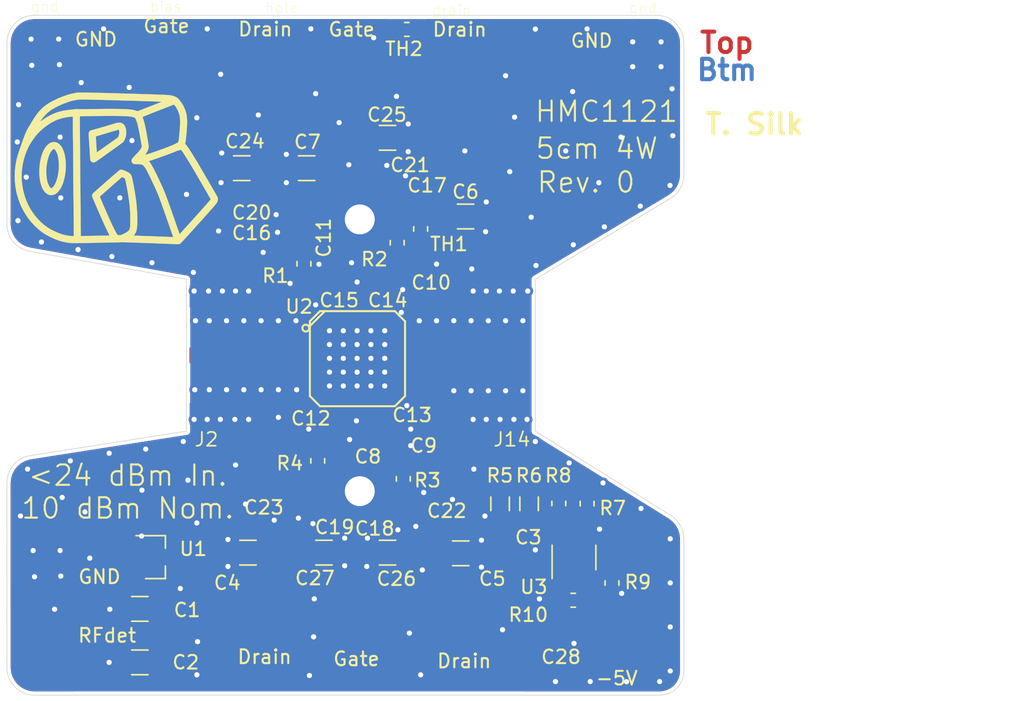
<source format=kicad_pcb>
(kicad_pcb (version 20171130) (host pcbnew "(5.1.5)-3")
  (layers (0 F.Cu signal) (31 B.Cu signal) (34 B.Paste user hide) (35 F.Paste user) (36 B.SilkS user hide) (37 F.SilkS user) (38 B.Mask user hide) (39 F.Mask user) (44 Edge.Cuts user))
  (net 0 "")
  (net 1 GND)
  (net 2 "Net-(R1-Pad2)")
  (net 3 "Net-(R2-Pad2)")
  (net 4 "Net-(R3-Pad2)")
  (net 5 "Net-(R4-Pad2)")
  (net 6 "Net-(R5-Pad2)")
  (net 7 "Net-(R6-Pad2)")
  (net 8 "Net-(R10-Pad1)")
  (net 9 "Net-(R8-Pad1)")
  (net 10 /Vdd4)
  (net 11 /Vdd2)
  (net 12 /Vgg1)
  (net 13 /Vgg2)
  (net 14 Vdd3)
  (net 15 /Vdd1)
  (net 16 /RFdet)
  (net 17 /-5V)
  (net 18 /RFin)
  (net 19 /RFout)
  (net 20 "Net-(TH1-Pad1)")
  (net 21 "Net-(TH1-Pad2)")
  (net 22 +5V)
  (net 23 /Vgg3+4)
  (module Package_TO_SOT_SMD:SOT-23-5 (layer F.Cu) (at 171.7548 109.8804 90)
    (fp_text reference U3 (at -2.1696 -2.9548 180) (layer F.SilkS))
    (fp_text value MIC7300)
    (pad 5 smd rect (at 1.1 -0.95 90) (size 1.06 0.65) (layers F.Cu F.Paste F.Mask) (net 22 +5V))
    (pad 4 smd rect (at 1.1 0.95 90) (size 1.06 0.65) (layers F.Cu F.Paste F.Mask) (net 8 "Net-(R10-Pad1)"))
    (pad 3 smd rect (at -1.1 0.95 90) (size 1.06 0.65) (layers F.Cu F.Paste F.Mask) (net 9 "Net-(R8-Pad1)"))
    (pad 2 smd rect (at -1.1 0 90) (size 1.06 0.65) (layers F.Cu F.Paste F.Mask) (net 17 /-5V))
    (pad 1 smd rect (at -1.1 -0.95 90) (size 1.06 0.65) (layers F.Cu F.Paste F.Mask) (net 16 /RFdet))
  )
  (module Package_TO_SOT_SMD:SOT-23 (layer F.Cu) (at 140.9446 109.855)
    (fp_text reference U1 (at 2.8054 -0.605) (layer F.SilkS))
    (fp_text value MCP1703T-5002)
    (pad 3 smd rect (at 1 0) (size 0.9 0.8) (layers F.Cu F.Paste F.Mask) (net 14 Vdd3))
    (pad 2 smd rect (at -1 0.95) (size 0.9 0.8) (layers F.Cu F.Paste F.Mask) (net 22 +5V))
    (pad 1 smd rect (at -1 -0.95) (size 0.9 0.8) (layers F.Cu F.Paste F.Mask) (net 1 GND))
  )
  (module Resistor_SMD:R_0603_1608Metric (layer F.Cu) (at 159.4612 71.0184 180)
    (fp_text reference TH2 (at 0.2112 -1.4316) (layer F.SilkS))
    (fp_text value Thermistor_NTC_ERT-J1VV473J)
    (pad 2 smd roundrect (at 0.7875 0 180) (size 0.875 0.95) (layers F.Cu F.Paste F.Mask) (net 21 "Net-(TH1-Pad2)"))
    (pad 1 smd roundrect (at -0.7875 0 180) (size 0.875 0.95) (layers F.Cu F.Paste F.Mask) (net 20 "Net-(TH1-Pad1)"))
  )
  (module Resistor_SMD:R_0603_1608Metric (layer F.Cu) (at 171.7 113.03 180)
    (fp_text reference R10 (at 3.3056 -1.07) (layer F.SilkS))
    (fp_text value R_10K_sm0603)
    (pad 2 smd roundrect (at 0.7875 0 180) (size 0.875 0.95) (layers F.Cu F.Paste F.Mask) (net 16 /RFdet))
    (pad 1 smd roundrect (at -0.7875 0 180) (size 0.875 0.95) (layers F.Cu F.Paste F.Mask) (net 8 "Net-(R10-Pad1)"))
  )
  (module Resistor_SMD:R_0603_1608Metric (layer F.Cu) (at 174.5488 111.76 270)
    (fp_text reference R9 (at -0.06 -1.9012 180) (layer F.SilkS))
    (fp_text value R_10K_sm0603)
    (pad 2 smd roundrect (at 0.7875 0 270) (size 0.875 0.95) (layers F.Cu F.Paste F.Mask) (net 1 GND))
    (pad 1 smd roundrect (at -0.7875 0 270) (size 0.875 0.95) (layers F.Cu F.Paste F.Mask) (net 9 "Net-(R8-Pad1)"))
  )
  (module Resistor_SMD:R_0603_1608Metric (layer F.Cu) (at 170.6372 105.906 90)
    (fp_text reference R8 (at 2.056 -0.0372 180) (layer F.SilkS))
    (fp_text value R_10K_sm0603)
    (pad 2 smd roundrect (at 0.7875 0 90) (size 0.875 0.95) (layers F.Cu F.Paste F.Mask) (net 6 "Net-(R5-Pad2)"))
    (pad 1 smd roundrect (at -0.7875 0 90) (size 0.875 0.95) (layers F.Cu F.Paste F.Mask) (net 9 "Net-(R8-Pad1)"))
  )
  (module Resistor_SMD:R_0603_1608Metric (layer F.Cu) (at 172.72 105.918 90)
    (fp_text reference R7 (at -0.332 1.88 180) (layer F.SilkS))
    (fp_text value R_10K_sm0603)
    (pad 2 smd roundrect (at 0.7875 0 90) (size 0.875 0.95) (layers F.Cu F.Paste F.Mask) (net 7 "Net-(R6-Pad2)"))
    (pad 1 smd roundrect (at -0.7875 0 90) (size 0.875 0.95) (layers F.Cu F.Paste F.Mask) (net 8 "Net-(R10-Pad1)"))
  )
  (module Capacitor_SMD:C_0402_1005Metric (layer F.Cu) (at 152.5524 105.9688 270)
    (fp_text reference C19 (at 1.6812 -1.5976 180) (layer F.SilkS))
    (fp_text value C_22pF_0402_50V_C0G)
    (pad 2 smd roundrect (at 0.485 0 270) (size 0.59 0.64) (layers F.Cu F.Paste F.Mask) (net 1 GND))
    (pad 1 smd roundrect (at -0.485 0 270) (size 0.59 0.64) (layers F.Cu F.Paste F.Mask) (net 23 /Vgg3+4))
  )
  (module Capacitor_SMD:C_0402_1005Metric (layer F.Cu) (at 158.9532 106.68 270)
    (fp_text reference C18 (at 1.07 1.8532 180) (layer F.SilkS))
    (fp_text value C_22pF_0402_50V_C0G)
    (pad 2 smd roundrect (at 0.485 0 270) (size 0.59 0.64) (layers F.Cu F.Paste F.Mask) (net 1 GND))
    (pad 1 smd roundrect (at -0.485 0 270) (size 0.59 0.64) (layers F.Cu F.Paste F.Mask) (net 23 /Vgg3+4))
  )
  (module Capacitor_SMD:C_0402_1005Metric (layer F.Cu) (at 158.5468 82.4992)
    (fp_text reference C17 (at 2.4032 0.0008) (layer F.SilkS))
    (fp_text value C_22pF_0402_50V_C0G)
    (pad 2 smd roundrect (at 0.485 0) (size 0.59 0.64) (layers F.Cu F.Paste F.Mask) (net 1 GND))
    (pad 1 smd roundrect (at -0.485 0) (size 0.59 0.64) (layers F.Cu F.Paste F.Mask) (net 13 /Vgg2))
  )
  (module Capacitor_SMD:C_0402_1005Metric (layer F.Cu) (at 151.1047 85.9536 180)
    (fp_text reference C16 (at 3.0547 -0.0464) (layer F.SilkS))
    (fp_text value C_22pF_0402_50V_C0G)
    (pad 2 smd roundrect (at 0.485 0 180) (size 0.59 0.64) (layers F.Cu F.Paste F.Mask) (net 1 GND))
    (pad 1 smd roundrect (at -0.485 0 180) (size 0.59 0.64) (layers F.Cu F.Paste F.Mask) (net 12 /Vgg1))
  )
  (module Capacitor_SMD:C_0402_1005Metric (layer F.Cu) (at 154.4828 89.6112)
    (fp_text reference C15 (at 0 1.3388) (layer F.SilkS))
    (fp_text value C_22pF_0402_50V_C0G)
    (pad 2 smd roundrect (at 0.485 0) (size 0.59 0.64) (layers F.Cu F.Paste F.Mask) (net 1 GND))
    (pad 1 smd roundrect (at -0.485 0) (size 0.59 0.64) (layers F.Cu F.Paste F.Mask) (net 15 /Vdd1))
  )
  (module Capacitor_SMD:C_0402_1005Metric (layer F.Cu) (at 158.1912 89.662)
    (fp_text reference C14 (at -0.1412 1.288) (layer F.SilkS))
    (fp_text value C_22pF_0402_50V_C0G)
    (pad 2 smd roundrect (at 0.485 0) (size 0.59 0.64) (layers F.Cu F.Paste F.Mask) (net 1 GND))
    (pad 1 smd roundrect (at -0.485 0) (size 0.59 0.64) (layers F.Cu F.Paste F.Mask) (net 11 /Vdd2))
  )
  (module Capacitor_SMD:C_0402_1005Metric (layer F.Cu) (at 158.5468 100.4316)
    (fp_text reference C13 (at 1.3032 -1.0316) (layer F.SilkS))
    (fp_text value C_22pF_0402_50V_C0G)
    (pad 2 smd roundrect (at 0.485 0) (size 0.59 0.64) (layers F.Cu F.Paste F.Mask) (net 1 GND))
    (pad 1 smd roundrect (at -0.485 0) (size 0.59 0.64) (layers F.Cu F.Paste F.Mask) (net 10 /Vdd4))
  )
  (module Capacitor_SMD:C_0402_1005Metric (layer F.Cu) (at 154.8 100.5)
    (fp_text reference C12 (at -2.4 -0.85) (layer F.SilkS))
    (fp_text value C_22pF_0402_50V_C0G)
    (pad 2 smd roundrect (at 0.485 0) (size 0.59 0.64) (layers F.Cu F.Paste F.Mask) (net 1 GND))
    (pad 1 smd roundrect (at -0.485 0) (size 0.59 0.64) (layers F.Cu F.Paste F.Mask) (net 14 Vdd3))
  )
  (module kicad_lib:LFCSP-40-1EP (layer F.Cu) (at 155.829 95.25)
    (fp_text reference U2 (at -4.2926 -3.8354) (layer F.SilkS))
    (fp_text value HMC1121)
    (pad 41 smd rect (at 0 0) (size 4.7498 4.7498) (layers F.Cu F.Mask) (net 1 GND))
    (pad 30 smd rect (at 2.99974 -2.25044 270) (size 0.29972 0.55118) (layers F.Cu F.Paste F.Mask) (net 1 GND))
    (pad 29 smd rect (at 2.99974 -1.75006 270) (size 0.29972 0.55118) (layers F.Cu F.Paste F.Mask) (net 1 GND))
    (pad 28 smd rect (at 2.99974 -1.24968 270) (size 0.29972 0.55118) (layers F.Cu F.Paste F.Mask) (net 1 GND))
    (pad 27 smd rect (at 2.99974 -0.7493 270) (size 0.29972 0.55118) (layers F.Cu F.Paste F.Mask) (net 1 GND))
    (pad 26 smd rect (at 2.99974 -0.24892 270) (size 0.29972 0.55118) (layers F.Cu F.Paste F.Mask) (net 19 /RFout))
    (pad 25 smd rect (at 2.99974 0.24892 270) (size 0.29972 0.55118) (layers F.Cu F.Paste F.Mask) (net 1 GND))
    (pad 24 smd rect (at 2.99974 0.7493 270) (size 0.29972 0.55118) (layers F.Cu F.Paste F.Mask) (net 7 "Net-(R6-Pad2)"))
    (pad 23 smd rect (at 2.99974 1.24968 270) (size 0.29972 0.55118) (layers F.Cu F.Paste F.Mask) (net 6 "Net-(R5-Pad2)"))
    (pad 22 smd rect (at 2.99974 1.75006 270) (size 0.29972 0.55118) (layers F.Cu F.Paste F.Mask) (net 1 GND))
    (pad 21 smd rect (at 2.99974 2.25044 270) (size 0.29972 0.55118) (layers F.Cu F.Paste F.Mask) (net 1 GND))
    (pad 20 smd rect (at 2.25044 2.87528) (size 0.29972 0.55118) (layers F.Cu F.Paste F.Mask) (net 1 GND))
    (pad 19 smd rect (at 1.75006 2.87528) (size 0.29972 0.55118) (layers F.Cu F.Paste F.Mask) (net 10 /Vdd4))
    (pad 18 smd rect (at 1.24968 2.87528) (size 0.29972 0.55118) (layers F.Cu F.Paste F.Mask) (net 1 GND))
    (pad 17 smd rect (at 0.7493 2.87528) (size 0.29972 0.55118) (layers F.Cu F.Paste F.Mask) (net 4 "Net-(R3-Pad2)"))
    (pad 16 smd rect (at 0.24892 2.87528) (size 0.29972 0.55118) (layers F.Cu F.Paste F.Mask) (net 1 GND))
    (pad 15 smd rect (at -0.24892 2.87528) (size 0.29972 0.55118) (layers F.Cu F.Paste F.Mask) (net 14 Vdd3))
    (pad 14 smd rect (at -0.7493 2.87528) (size 0.29972 0.55118) (layers F.Cu F.Paste F.Mask) (net 5 "Net-(R4-Pad2)"))
    (pad 13 smd rect (at -1.24968 2.87528) (size 0.29972 0.55118) (layers F.Cu F.Paste F.Mask) (net 1 GND))
    (pad 12 smd rect (at -1.75006 2.87528) (size 0.29972 0.55118) (layers F.Cu F.Paste F.Mask) (net 1 GND))
    (pad 11 smd rect (at -2.25044 2.87528) (size 0.29972 0.55118) (layers F.Cu F.Paste F.Mask) (net 1 GND))
    (pad 10 smd rect (at -2.99974 2.25044 270) (size 0.29972 0.55118) (layers F.Cu F.Paste F.Mask) (net 1 GND))
    (pad 9 smd rect (at -2.99974 1.75006 270) (size 0.29972 0.55118) (layers F.Cu F.Paste F.Mask) (net 1 GND))
    (pad 8 smd rect (at -2.99974 1.24968 270) (size 0.29972 0.55118) (layers F.Cu F.Paste F.Mask) (net 1 GND))
    (pad 7 smd rect (at -2.99974 0.7493 270) (size 0.29972 0.55118) (layers F.Cu F.Paste F.Mask) (net 1 GND))
    (pad 6 smd rect (at -2.99974 0.24892 270) (size 0.29972 0.55118) (layers F.Cu F.Paste F.Mask) (net 1 GND))
    (pad 5 smd rect (at -2.99974 -0.24892 270) (size 0.29972 0.55118) (layers F.Cu F.Paste F.Mask) (net 18 /RFin))
    (pad 4 smd rect (at -2.99974 -0.7493 270) (size 0.29972 0.55118) (layers F.Cu F.Paste F.Mask) (net 1 GND))
    (pad 3 smd rect (at -2.99974 -1.24968 270) (size 0.29972 0.55118) (layers F.Cu F.Paste F.Mask) (net 1 GND))
    (pad 2 smd rect (at -2.99974 -1.75006 270) (size 0.29972 0.55118) (layers F.Cu F.Paste F.Mask) (net 1 GND))
    (pad 1 smd rect (at -2.99974 -2.25044 270) (size 0.29972 0.55118) (layers F.Cu F.Paste F.Mask) (net 1 GND))
    (pad 40 smd rect (at -2.25044 -2.87528) (size 0.29972 0.55118) (layers F.Cu F.Paste F.Mask) (net 1 GND))
    (pad 39 smd rect (at -1.75006 -2.87528) (size 0.29972 0.55118) (layers F.Cu F.Paste F.Mask) (net 1 GND))
    (pad 38 smd rect (at -1.24968 -2.87528) (size 0.29972 0.55118) (layers F.Cu F.Paste F.Mask) (net 1 GND))
    (pad 37 smd rect (at -0.7493 -2.87528) (size 0.29972 0.55118) (layers F.Cu F.Paste F.Mask) (net 2 "Net-(R1-Pad2)"))
    (pad 36 smd rect (at -0.24892 -2.87528) (size 0.29972 0.55118) (layers F.Cu F.Paste F.Mask) (net 15 /Vdd1))
    (pad 35 smd rect (at 0.25146 -2.87528) (size 0.29972 0.55118) (layers F.Cu F.Paste F.Mask) (net 1 GND))
    (pad 34 smd rect (at 0.7493 -2.87528) (size 0.29972 0.55118) (layers F.Cu F.Paste F.Mask) (net 3 "Net-(R2-Pad2)"))
    (pad 33 smd rect (at 1.24968 -2.87528) (size 0.29972 0.55118) (layers F.Cu F.Paste F.Mask) (net 1 GND))
    (pad 32 smd rect (at 1.75006 -2.87528) (size 0.29972 0.55118) (layers F.Cu F.Paste F.Mask) (net 11 /Vdd2))
    (pad 31 smd rect (at 2.25044 -2.87528) (size 0.29972 0.55118) (layers F.Cu F.Paste F.Mask) (net 1 GND))
  )
  (module Capacitor_SMD:C_0402_1005Metric (layer F.Cu) (at 171.7548 115.189 90)
    (fp_text reference C28 (at -2.011 -0.9548 180) (layer F.SilkS))
    (fp_text value 0.1uF_25V_0402_x7r)
    (pad 2 smd roundrect (at 0.485 0 90) (size 0.59 0.64) (layers F.Cu F.Paste F.Mask) (net 17 /-5V))
    (pad 1 smd roundrect (at -0.485 0 90) (size 0.59 0.64) (layers F.Cu F.Paste F.Mask) (net 1 GND))
  )
  (module Capacitor_SMD:C_1206_3216Metric (layer F.Cu) (at 153.3652 109.5248)
    (fp_text reference C27 (at -0.6652 1.8752) (layer F.SilkS))
    (fp_text value C_4.7uf_50V_x7r_1206)
    (pad 2 smd roundrect (at 1.4 0) (size 1.25 1.75) (layers F.Cu F.Paste F.Mask) (roundrect_rratio 0.2) (net 1 GND))
    (pad 1 smd roundrect (at -1.4 0) (size 1.25 1.75) (layers F.Cu F.Paste F.Mask) (roundrect_rratio 0.2) (net 23 /Vgg3+4))
  )
  (module Capacitor_SMD:C_1206_3216Metric (layer F.Cu) (at 158.0388 109.5248 180)
    (fp_text reference C26 (at -0.6612 -1.9252) (layer F.SilkS))
    (fp_text value C_4.7uf_50V_x7r_1206)
    (pad 2 smd roundrect (at 1.4 0 180) (size 1.25 1.75) (layers F.Cu F.Paste F.Mask) (roundrect_rratio 0.2) (net 1 GND))
    (pad 1 smd roundrect (at -1.4 0 180) (size 1.25 1.75) (layers F.Cu F.Paste F.Mask) (roundrect_rratio 0.2) (net 23 /Vgg3+4))
  )
  (module Capacitor_SMD:C_1206_3216Metric (layer F.Cu) (at 158.0388 78.994)
    (fp_text reference C25 (at -0.0388 -1.694) (layer F.SilkS))
    (fp_text value C_4.7uf_50V_x7r_1206)
    (pad 2 smd roundrect (at 1.4 0) (size 1.25 1.75) (layers F.Cu F.Paste F.Mask) (roundrect_rratio 0.2) (net 1 GND))
    (pad 1 smd roundrect (at -1.4 0) (size 1.25 1.75) (layers F.Cu F.Paste F.Mask) (roundrect_rratio 0.2) (net 13 /Vgg2))
  )
  (module Capacitor_SMD:C_1206_3216Metric (layer F.Cu) (at 147.32 81.2292 180)
    (fp_text reference C24 (at -0.23 1.9792) (layer F.SilkS))
    (fp_text value C_4.7uf_50V_x7r_1206)
    (pad 2 smd roundrect (at 1.4 0 180) (size 1.25 1.75) (layers F.Cu F.Paste F.Mask) (roundrect_rratio 0.2) (net 1 GND))
    (pad 1 smd roundrect (at -1.4 0 180) (size 1.25 1.75) (layers F.Cu F.Paste F.Mask) (roundrect_rratio 0.2) (net 12 /Vgg1))
  )
  (module Capacitor_SMD:C_0402_1005Metric (layer F.Cu) (at 151.13 106.0792 270)
    (fp_text reference C23 (at 0.1208 2.18 180) (layer F.SilkS))
    (fp_text value 0.1uF_25V_0402_x7r)
    (pad 2 smd roundrect (at 0.485 0 270) (size 0.59 0.64) (layers F.Cu F.Paste F.Mask) (net 1 GND))
    (pad 1 smd roundrect (at -0.485 0 270) (size 0.59 0.64) (layers F.Cu F.Paste F.Mask) (net 23 /Vgg3+4))
  )
  (module Capacitor_SMD:C_0402_1005Metric (layer F.Cu) (at 160.274 106.7308 270)
    (fp_text reference C22 (at -0.2808 -2.126 180) (layer F.SilkS))
    (fp_text value 0.1uF_25V_0402_x7r)
    (pad 2 smd roundrect (at 0.485 0 270) (size 0.59 0.64) (layers F.Cu F.Paste F.Mask) (net 1 GND))
    (pad 1 smd roundrect (at -0.485 0 270) (size 0.59 0.64) (layers F.Cu F.Paste F.Mask) (net 23 /Vgg3+4))
  )
  (module Capacitor_SMD:C_0402_1005Metric (layer F.Cu) (at 157.0736 81.0768)
    (fp_text reference C21 (at 2.6264 -0.0768) (layer F.SilkS))
    (fp_text value 0.1uF_25V_0402_x7r)
    (pad 2 smd roundrect (at 0.485 0) (size 0.59 0.64) (layers F.Cu F.Paste F.Mask) (net 1 GND))
    (pad 1 smd roundrect (at -0.485 0) (size 0.59 0.64) (layers F.Cu F.Paste F.Mask) (net 13 /Vgg2))
  )
  (module Capacitor_SMD:C_0402_1005Metric (layer F.Cu) (at 151.1 84.65 180)
    (fp_text reference C20 (at 3.05 0.15) (layer F.SilkS))
    (fp_text value 0.1uF_25V_0402_x7r)
    (pad 2 smd roundrect (at 0.485 0 180) (size 0.59 0.64) (layers F.Cu F.Paste F.Mask) (net 1 GND))
    (pad 1 smd roundrect (at -0.485 0 180) (size 0.59 0.64) (layers F.Cu F.Paste F.Mask) (net 12 /Vgg1))
  )
  (module Capacitor_SMD:C_0402_1005Metric (layer F.Cu) (at 154.5336 88.1888)
    (fp_text reference C11 (at -1.1836 -1.8388 90) (layer F.SilkS))
    (fp_text value 0.1uF_25V_0402_x7r)
    (pad 2 smd roundrect (at 0.485 0) (size 0.59 0.64) (layers F.Cu F.Paste F.Mask) (net 1 GND))
    (pad 1 smd roundrect (at -0.485 0) (size 0.59 0.64) (layers F.Cu F.Paste F.Mask) (net 15 /Vdd1))
  )
  (module Capacitor_SMD:C_0402_1005Metric (layer F.Cu) (at 160.528 88.2904)
    (fp_text reference C10 (at 0.722 1.3596) (layer F.SilkS))
    (fp_text value 0.1uF_25V_0402_x7r)
    (pad 2 smd roundrect (at 0.485 0) (size 0.59 0.64) (layers F.Cu F.Paste F.Mask) (net 1 GND))
    (pad 1 smd roundrect (at -0.485 0) (size 0.59 0.64) (layers F.Cu F.Paste F.Mask) (net 11 /Vdd2))
  )
  (module Capacitor_SMD:C_0402_1005Metric (layer F.Cu) (at 158.55 101.65)
    (fp_text reference C9 (at 2.15 0) (layer F.SilkS))
    (fp_text value 0.1uF_25V_0402_x7r)
    (pad 2 smd roundrect (at 0.485 0) (size 0.59 0.64) (layers F.Cu F.Paste F.Mask) (net 1 GND))
    (pad 1 smd roundrect (at -0.485 0) (size 0.59 0.64) (layers F.Cu F.Paste F.Mask) (net 10 /Vdd4))
  )
  (module Capacitor_SMD:C_0402_1005Metric (layer F.Cu) (at 154.8 101.8)
    (fp_text reference C8 (at 1.8 0.65) (layer F.SilkS))
    (fp_text value 0.1uF_25V_0402_x7r)
    (pad 2 smd roundrect (at 0.485 0) (size 0.59 0.64) (layers F.Cu F.Paste F.Mask) (net 1 GND))
    (pad 1 smd roundrect (at -0.485 0) (size 0.59 0.64) (layers F.Cu F.Paste F.Mask) (net 14 Vdd3))
  )
  (module Capacitor_SMD:C_1206_3216Metric (layer F.Cu) (at 152.0952 81.2292 180)
    (fp_text reference C7 (at -0.0548 1.9292) (layer F.SilkS))
    (fp_text value C_4.7uf_50V_x7r_1206)
    (pad 2 smd roundrect (at 1.4 0 180) (size 1.25 1.75) (layers F.Cu F.Paste F.Mask) (roundrect_rratio 0.2) (net 1 GND))
    (pad 1 smd roundrect (at -1.4 0 180) (size 1.25 1.75) (layers F.Cu F.Paste F.Mask) (roundrect_rratio 0.2) (net 15 /Vdd1))
  )
  (module Capacitor_SMD:C_1206_3216Metric (layer F.Cu) (at 163.7792 84.7852)
    (fp_text reference C6 (at 0 -1.82) (layer F.SilkS))
    (fp_text value C_4.7uf_50V_x7r_1206)
    (pad 2 smd roundrect (at 1.4 0) (size 1.25 1.75) (layers F.Cu F.Paste F.Mask) (roundrect_rratio 0.2) (net 1 GND))
    (pad 1 smd roundrect (at -1.4 0) (size 1.25 1.75) (layers F.Cu F.Paste F.Mask) (roundrect_rratio 0.2) (net 11 /Vdd2))
  )
  (module Capacitor_SMD:C_1206_3216Metric (layer F.Cu) (at 163.4236 109.5756)
    (fp_text reference C5 (at 2.3264 1.8744) (layer F.SilkS))
    (fp_text value C_4.7uf_50V_x7r_1206)
    (pad 2 smd roundrect (at 1.4 0) (size 1.25 1.75) (layers F.Cu F.Paste F.Mask) (roundrect_rratio 0.2) (net 1 GND))
    (pad 1 smd roundrect (at -1.4 0) (size 1.25 1.75) (layers F.Cu F.Paste F.Mask) (roundrect_rratio 0.2) (net 10 /Vdd4))
  )
  (module Capacitor_SMD:C_1206_3216Metric (layer F.Cu) (at 147.7772 109.5248 180)
    (fp_text reference C4 (at 1.5272 -2.2252) (layer F.SilkS))
    (fp_text value C_4.7uf_50V_x7r_1206)
    (pad 2 smd roundrect (at 1.4 0 180) (size 1.25 1.75) (layers F.Cu F.Paste F.Mask) (roundrect_rratio 0.2) (net 1 GND))
    (pad 1 smd roundrect (at -1.4 0 180) (size 1.25 1.75) (layers F.Cu F.Paste F.Mask) (roundrect_rratio 0.2) (net 14 Vdd3))
  )
  (module Capacitor_SMD:C_0402_1005Metric (layer F.Cu) (at 168.6052 110.236 90)
    (fp_text reference C3 (at 1.836 -0.2052 180) (layer F.SilkS))
    (fp_text value 0.1uF_25V_0402_x7r)
    (pad 2 smd roundrect (at 0.485 0 90) (size 0.59 0.64) (layers F.Cu F.Paste F.Mask) (net 1 GND))
    (pad 1 smd roundrect (at -0.485 0 90) (size 0.59 0.64) (layers F.Cu F.Paste F.Mask) (net 22 +5V))
  )
  (module Capacitor_SMD:C_1206_3216Metric (layer F.Cu) (at 139.8256 117.602 180)
    (fp_text reference C2 (at -3.3744 0.002) (layer F.SilkS))
    (fp_text value C_4.7uf_50V_x7r_1206)
    (pad 2 smd roundrect (at 1.4 0 180) (size 1.25 1.75) (layers F.Cu F.Paste F.Mask) (roundrect_rratio 0.2) (net 1 GND))
    (pad 1 smd roundrect (at -1.4 0 180) (size 1.25 1.75) (layers F.Cu F.Paste F.Mask) (roundrect_rratio 0.2) (net 22 +5V))
  )
  (module Capacitor_SMD:C_1206_3216Metric (layer F.Cu) (at 139.8256 113.665 180)
    (fp_text reference C1 (at -3.4744 -0.085) (layer F.SilkS))
    (fp_text value C_4.7uf_50V_x7r_1206)
    (pad 2 smd roundrect (at 1.4 0 180) (size 1.25 1.75) (layers F.Cu F.Paste F.Mask) (roundrect_rratio 0.2) (net 1 GND))
    (pad 1 smd roundrect (at -1.4 0 180) (size 1.25 1.75) (layers F.Cu F.Paste F.Mask) (roundrect_rratio 0.2) (net 14 Vdd3))
  )
  (module kicad_lib:SMA_END_LAUNCH_062_AMP901-10309 (layer F.Cu) (at 166.116 94.996 180)
    (fp_text reference J14 (at -1.0668 -6.1976) (layer F.SilkS) (effects (font (size 1.016 1.016) (thickness 0.127))))
    (fp_text value SMA_F_Amp_901-10309 hide)
    (pad 1 smd rect (at -1.3 0 180) (size 2.35 1.143) (layers F.Cu F.Mask) (net 19 /RFout))
    (pad 2 smd rect (at 0 -4.318 180) (size 4.9 1.6) (layers F.Cu F.Mask) (net 1 GND))
    (pad 2 smd rect (at 0 4.318 180) (size 4.9 1.6) (layers F.Cu F.Mask) (net 1 GND))
    (pad 2 smd rect (at 0 -4.318 180) (size 4.9 1.6) (layers B.Cu B.Mask) (net 1 GND))
    (pad 2 smd rect (at 0 4.318 180) (size 4.9 1.6) (layers B.Cu B.Mask) (net 1 GND))
  )
  (module Resistor_SMD:R_0603_1608Metric (layer F.Cu) (at 160.4772 85.6996 90)
    (fp_text reference TH1 (at -1.1176 2.0828 180) (layer F.SilkS))
    (fp_text value Thermistor_NTC_ERT-J1VV473J)
    (pad 2 smd roundrect (at 0.7875 0 90) (size 0.875 0.95) (layers F.Cu F.Paste F.Mask) (net 21 "Net-(TH1-Pad2)"))
    (pad 1 smd roundrect (at -0.7875 0 90) (size 0.875 0.95) (layers F.Cu F.Paste F.Mask) (net 20 "Net-(TH1-Pad1)"))
  )
  (module Resistor_SMD:R_0603_1608Metric (layer F.Cu) (at 152.908 102.7684 90)
    (fp_text reference R4 (at -0.1816 -2.058 180) (layer F.SilkS))
    (fp_text value R_24_sm0603)
    (pad 2 smd roundrect (at 0.7875 0 90) (size 0.875 0.95) (layers F.Cu F.Paste F.Mask) (net 5 "Net-(R4-Pad2)"))
    (pad 1 smd roundrect (at -0.7875 0 90) (size 0.875 0.95) (layers F.Cu F.Paste F.Mask) (net 23 /Vgg3+4))
  )
  (module Resistor_SMD:R_0603_1608Metric (layer F.Cu) (at 159.2 104.1 90)
    (fp_text reference R3 (at -0.1016 1.778 180) (layer F.SilkS))
    (fp_text value R_24_sm0603)
    (pad 2 smd roundrect (at 0.7875 0 90) (size 0.875 0.95) (layers F.Cu F.Paste F.Mask) (net 4 "Net-(R3-Pad2)"))
    (pad 1 smd roundrect (at -0.7875 0 90) (size 0.875 0.95) (layers F.Cu F.Paste F.Mask) (net 23 /Vgg3+4))
  )
  (module Resistor_SMD:R_0603_1608Metric (layer F.Cu) (at 158.75 86.7156 270)
    (fp_text reference R2 (at 1.2192 1.6764 180) (layer F.SilkS))
    (fp_text value R_24_sm0603)
    (pad 2 smd roundrect (at 0.7875 0 270) (size 0.875 0.95) (layers F.Cu F.Paste F.Mask) (net 3 "Net-(R2-Pad2)"))
    (pad 1 smd roundrect (at -0.7875 0 270) (size 0.875 0.95) (layers F.Cu F.Paste F.Mask) (net 13 /Vgg2))
  )
  (module Resistor_SMD:R_0603_1608Metric (layer F.Cu) (at 151.892 88.2651 270)
    (fp_text reference R1 (at 0.8849 2.092 180) (layer F.SilkS))
    (fp_text value R_24_sm0603)
    (pad 2 smd roundrect (at 0.7875 0 270) (size 0.875 0.95) (layers F.Cu F.Paste F.Mask) (net 2 "Net-(R1-Pad2)"))
    (pad 1 smd roundrect (at -0.7875 0 270) (size 0.875 0.95) (layers F.Cu F.Paste F.Mask) (net 12 /Vgg1))
  )
  (module kicad_lib:MountingHole_2.2mm_M2_DIN965_Pad (layer F.Cu) (at 156 105)
    (fp_text reference H2 hide)
    (fp_text value MountingHole_Pad_M2)
    (pad 1 thru_hole circle (at 0 0) (size 3.8 3.8) (drill 2.2) (layers *.Cu *.Mask) (net 1 GND))
  )
  (module kicad_lib:MountingHole_2.2mm_M2_DIN965_Pad (layer F.Cu) (at 155.8544 85.25)
    (fp_text reference H1 hide)
    (fp_text value MountingHole_Pad_M2)
    (pad 1 thru_hole circle (at 0.1456 -0.25) (size 3.8 3.8) (drill 2.2) (layers *.Cu *.Mask) (net 1 GND))
  )
  (module kicad_lib:SMA_END_LAUNCH_062_AMP901-10309 (layer F.Cu) (at 145.9484 94.996)
    (fp_text reference J2 (at -1.224 6.1976) (layer F.SilkS) (effects (font (size 1.016 1.016) (thickness 0.127))))
    (fp_text value SMA_F_Amp_901-10309 hide)
    (pad 1 smd rect (at -1.3 0) (size 2.35 1.143) (layers F.Cu F.Mask) (net 18 /RFin))
    (pad 2 smd rect (at 0 -4.318) (size 4.9 1.6) (layers F.Cu F.Mask) (net 1 GND))
    (pad 2 smd rect (at 0 4.318) (size 4.9 1.6) (layers F.Cu F.Mask) (net 1 GND))
    (pad 2 smd rect (at 0 -4.318) (size 4.9 1.6) (layers B.Cu B.Mask) (net 1 GND))
    (pad 2 smd rect (at 0 4.318) (size 4.9 1.6) (layers B.Cu B.Mask) (net 1 GND))
  )
  (module kicad_lib:Taper_45to12_uwT1.14_1.14_0.30_0.30_2.00 (layer F.Cu) (at 150.0124 94.996)
    (fp_text reference T1 hide)
    (fp_text value Taper_45mil_to_12mil)
    (pad 1 smd custom (at 0 0) (size 1.143 1.143) (layers F.Cu) (net 18 /RFin) (options (clearance outline) (anchor rect)) (primitives (gr_poly (pts (xy -0.5715 -0.5715) (xy 0.5715 -0.5715) (xy 2.419 -0.1525) (xy 2.724 -0.1525) (xy 2.724 0.1525) (xy 2.419 0.1525) (xy 0.5715 0.5715) (xy -0.5715 0.5715)) (width 0))))
    (pad 1 smd rect (at 2.5715 0) (size 0.305 0.305) (layers F.Cu) (net 18 /RFin))
  )
  (module kicad_lib:Taper_45to12_uwT1.14_1.14_0.30_0.30_2.00 (layer F.Cu) (at 161.5948 94.996 180)
    (fp_text reference T2 hide)
    (fp_text value Taper_45mil_to_12mil)
    (pad 1 smd custom (at 0 0 180) (size 1.143 1.143) (layers F.Cu) (net 19 /RFout) (options (clearance outline) (anchor rect)) (primitives (gr_poly (pts (xy -0.5715 -0.5715) (xy 0.5715 -0.5715) (xy 2.419 -0.1525) (xy 2.724 -0.1525) (xy 2.724 0.1525) (xy 2.419 0.1525) (xy 0.5715 0.5715) (xy -0.5715 0.5715)) (width 0))))
    (pad 1 smd rect (at 2.5715 0 180) (size 0.305 0.305) (layers F.Cu) (net 19 /RFout))
  )
  (module kicad_lib:SolderWirePad_single_SMD_4mm (layer F.Cu) (at 175.514 115.6208)
    (fp_text reference J13 hide)
    (fp_text value Conn_4mm_pad)
    (pad 1 smd roundrect (at 0 0) (size 4 4) (layers F.Cu F.Mask) (net 17 /-5V))
  )
  (module kicad_lib:SolderWirePad_single_SMD_4mm (layer F.Cu) (at 177.0888 72.898)
    (fp_text reference J7 hide)
    (fp_text value Conn_4mm_pad)
    (pad 1 smd roundrect (at 0 0) (size 4 4) (layers F.Cu F.Mask) (net 1 GND))
  )
  (module Logo_lib:ORI_fat_pos_23mm (layer F.Cu) (at 137.8712 81.28)
    (fp_text reference G*** hide)
    (fp_text value LOGO hide)
  )
  (module Resistors_SMD:R_0603 (layer F.Cu) (at 166.3192 105.93 90)
    (fp_text reference R5 (at 2.08 -0.0192 180) (layer F.SilkS))
    (fp_text value R_100k_sm0603)
    (pad 1 smd rect (at -0.75 0 90) (size 0.5 0.9) (layers F.Cu F.Paste F.Mask) (net 22 +5V))
    (pad 2 smd rect (at 0.75 0 90) (size 0.5 0.9) (layers F.Cu F.Paste F.Mask) (net 6 "Net-(R5-Pad2)"))
  )
  (module Resistors_SMD:R_0603 (layer F.Cu) (at 168.4528 105.93 90)
    (fp_text reference R6 (at 2.08 0 180) (layer F.SilkS))
    (fp_text value R_100k_sm0603)
    (pad 1 smd rect (at -0.75 0 90) (size 0.5 0.9) (layers F.Cu F.Paste F.Mask) (net 22 +5V))
    (pad 2 smd rect (at 0.75 0 90) (size 0.5 0.9) (layers F.Cu F.Paste F.Mask) (net 7 "Net-(R6-Pad2)"))
  )
  (module kicad_lib:SolderWirePad_single_SMD_4mm (layer F.Cu) (at 132.9944 110.4392)
    (fp_text reference J1 hide)
    (fp_text value Conn_4mm_pad)
    (pad 1 smd roundrect (at 0 0) (size 4 4) (layers F.Cu F.Mask) (net 1 GND))
  )
  (module kicad_lib:SolderWirePad_single_SMD_4mm (layer F.Cu) (at 163.4236 114.1476)
    (fp_text reference J4 hide)
    (fp_text value Conn_4mm_pad)
    (pad 1 smd roundrect (at 0 0) (size 4 4) (layers F.Cu F.Mask) (net 10 /Vdd4))
  )
  (module kicad_lib:SolderWirePad_single_SMD_4mm (layer F.Cu) (at 162.7124 74.168)
    (fp_text reference J5 hide)
    (fp_text value Conn_4mm_pad)
    (pad 1 smd roundrect (at 0 0) (size 4 4) (layers F.Cu F.Mask) (net 11 /Vdd2))
  )
  (module kicad_lib:SolderWirePad_single_SMD_4mm (layer F.Cu) (at 149.0472 74.3204 90)
    (fp_text reference J6 hide)
    (fp_text value Conn_4mm_pad)
    (pad 1 smd roundrect (at 0 0 90) (size 4 4) (layers F.Cu F.Mask) (net 15 /Vdd1))
  )
  (module kicad_lib:SolderWirePad_single_SMD_4mm (layer F.Cu) (at 141.7828 73.5076 90)
    (fp_text reference J8 hide)
    (fp_text value Conn_4mm_pad)
    (pad 1 smd roundrect (at 0 0 90) (size 4 4) (layers F.Cu F.Mask) (net 12 /Vgg1))
  )
  (module kicad_lib:SolderWirePad_single_SMD_4mm (layer F.Cu) (at 155.7528 114.1984)
    (fp_text reference J10 hide)
    (fp_text value Conn_4mm_pad)
    (pad 1 smd roundrect (at 0 0) (size 4 4) (layers F.Cu F.Mask) (net 23 /Vgg3+4))
  )
  (module kicad_lib:SolderWirePad_single_SMD_4mm (layer F.Cu) (at 132.9944 116.8908 180)
    (fp_text reference J11 hide)
    (fp_text value Conn_4mm_pad)
    (pad 1 smd roundrect (at 0 0 180) (size 4 4) (layers F.Cu F.Mask) (net 16 /RFdet))
  )
  (module kicad_lib:SolderWirePad_single_SMD_4mm (layer F.Cu) (at 132.842 72.7456 90)
    (fp_text reference J12 hide)
    (fp_text value Conn_4mm_pad)
    (pad 1 smd roundrect (at 0 0 90) (size 4 4) (layers F.Cu F.Mask) (net 1 GND))
  )
  (module kicad_lib:SolderWirePad_single_SMD_4mm (layer F.Cu) (at 148.8948 114.1476)
    (fp_text reference J3 hide)
    (fp_text value Conn_4mm_pad)
    (pad 1 smd roundrect (at 0 0) (size 4 4) (layers F.Cu F.Mask) (net 14 Vdd3))
  )
  (module kicad_lib:SolderWirePad_single_SMD_4mm (layer F.Cu) (at 155.8036 74.3204)
    (fp_text reference J9 hide)
    (fp_text value Conn_4mm_pad)
    (pad 1 smd roundrect (at 0 0) (size 4 4) (layers F.Cu F.Mask) (net 13 /Vgg2))
  )
  (gr_text "5cm 4W" (at 173.4312 79.7814) (layer F.SilkS) (effects (font (size 1.5 1.5) (thickness 0.1524))))
  (gr_text "<24 dBm In.\n10 dBm Nom." (at 138.938 105.0544) (layer F.SilkS) (effects (font (size 1.5 1.5) (thickness 0.1524))))
  (gr_arc (start 177.8 81.7118) (end 179.832 81.7118) (angle 57) (layer Edge.Cuts) (width 0.0508))
  (gr_arc (start 177.8 108.5088) (end 179.832 108.5088) (angle -57) (layer Edge.Cuts) (width 0.0508))
  (gr_arc (start 132.08 85.344) (end 131.749801 87.350599) (angle 80.70000832) (layer Edge.Cuts) (width 0.0508))
  (gr_arc (start 132.08 104.394) (end 131.749801 102.387401) (angle -80.70000832) (layer Edge.Cuts) (width 0.0508))
  (gr_arc (start 132.08 72.009) (end 132.08 69.977) (angle -90) (layer Edge.Cuts) (width 0.05))
  (gr_line (start 130.048 117.983) (end 130.046415 104.394) (layer Edge.Cuts) (width 0.05))
  (gr_arc (start 132.08 117.983) (end 130.048 117.983) (angle -90) (layer Edge.Cuts) (width 0.05))
  (gr_line (start 178.054 120.015) (end 132.08 120.015) (layer Edge.Cuts) (width 0.05))
  (gr_arc (start 178.054 118.237) (end 178.054 120.015) (angle -90) (layer Edge.Cuts) (width 0.05))
  (gr_line (start 179.832 108.5088) (end 179.832 118.237) (layer Edge.Cuts) (width 0.05))
  (gr_arc (start 177.8 72.009) (end 179.831999 72.000001) (angle -89.74623098) (layer Edge.Cuts) (width 0.05))
  (gr_line (start 179.832 72) (end 179.832 81.7118) (layer Edge.Cuts) (width 0.05))
  (gr_line (start 130.048 72.009) (end 130.048 85.344) (layer Edge.Cuts) (width 0.05))
  (gr_line (start 143.256 89.408) (end 131.749801 87.350599) (layer Edge.Cuts) (width 0.0508))
  (gr_line (start 143.256 100.584) (end 131.749801 102.387401) (layer Edge.Cuts) (width 0.0508))
  (gr_line (start 143.256 89.408) (end 143.256 100.584) (layer Edge.Cuts) (width 0.0508))
  (gr_line (start 168.91 89.408) (end 178.906707 83.415979) (layer Edge.Cuts) (width 0.0508))
  (gr_line (start 168.91 100.584) (end 178.906707 106.804621) (layer Edge.Cuts) (width 0.0508))
  (gr_line (start 168.91 100.584) (end 168.91 89.408) (layer Edge.Cuts) (width 0.0508))
  (gr_text GND (at 136.6 71.75) (layer F.SilkS) (effects (font (size 1.016 1.016) (thickness 0.1524))))
  (gr_text GND (at 136.8552 111.3028) (layer F.SilkS) (effects (font (size 1.016 1.016) (thickness 0.1524))))
  (gr_text RFdet (at 137.414 115.6208) (layer F.SilkS) (effects (font (size 1.016 1.016) (thickness 0.1524))))
  (gr_text Gate (at 155.3972 71.0184) (layer F.SilkS) (effects (font (size 1.016 1.016) (thickness 0.1524))))
  (gr_text Gate (at 141.7828 70.7644) (layer F.SilkS) (effects (font (size 1.016 1.016) (thickness 0.1524))))
  (gr_text Gate (at 155.7528 117.348) (layer F.SilkS) (effects (font (size 1.016 1.016) (thickness 0.1524))))
  (gr_text Drain (at 163.6776 117.5004) (layer F.SilkS) (effects (font (size 1.016 1.016) (thickness 0.1524))))
  (gr_text Drain (at 148.9964 117.1956) (layer F.SilkS) (effects (font (size 1.016 1.016) (thickness 0.1524))))
  (gr_text Drain (at 149.05 71) (layer F.SilkS) (effects (font (size 1.016 1.016) (thickness 0.1524))))
  (gr_text Drain (at 163.3474 71.0184) (layer F.SilkS) (effects (font (size 1.016 1.016) (thickness 0.1524))))
  (gr_text GND (at 173.05 71.85) (layer F.SilkS) (effects (font (size 1 1))))
  (gr_text -5V (at 174.9044 118.7704) (layer F.SilkS) (effects (font (size 1 1))))
  (gr_text "T. Silk" (at 185 78) (layer F.SilkS) (effects (font (size 1.5 1.5) (thickness 0.3))))
  (gr_text Btm (at 183 74) (layer B.Cu) (effects (font (size 1.5 1.5) (thickness 0.3))))
  (gr_text Top (at 183 72) (layer F.Cu) (effects (font (size 1.5 1.5) (thickness 0.3))))
  (gr_text HMC1121 (at 174.1424 77.0636) (layer F.SilkS) (effects (font (size 1.5 1.5) (thickness 0.1524))))
  (gr_text "Rev. 0" (at 172.6438 82.2706) (layer F.SilkS) (effects (font (size 1.5 1.5) (thickness 0.1524))))
  (gr_text hole (at 150.241 69.4436) (layer F.SilkS) (effects (font (size 0.762 0.762) (thickness 0.0254))))
  (gr_text gnd (at 176.8348 69.4436) (layer F.SilkS) (effects (font (size 0.762 0.762) (thickness 0.0254))))
  (gr_text drain (at 162.7632 69.596) (layer F.SilkS) (effects (font (size 0.762 0.762) (thickness 0.0254))))
  (gr_text bias (at 141.732 69.342) (layer F.SilkS) (effects (font (size 0.762 0.762) (thickness 0.0254))))
  (gr_text gnd (at 132.842 69.342) (layer F.SilkS) (effects (font (size 0.762 0.762) (thickness 0.0254))))
  (gr_line (start 177.800001 69.976981) (end 132.08 69.977) (layer Edge.Cuts) (width 0.0508))
  (via (at 137.16 70.976997) (size 0.8) (drill 0.381) (layers F.Cu B.Cu) (net 1))
  (via (at 144.78 70.976994) (size 0.8) (drill 0.381) (layers F.Cu B.Cu) (net 1))
  (via (at 152.4 70.976991) (size 0.8) (drill 0.381) (layers F.Cu B.Cu) (net 1))
  (via (at 157.0228 71.628) (size 0.8) (drill 0.381) (layers F.Cu B.Cu) (net 1))
  (via (at 172.72 70.976983) (size 0.8) (drill 0.381) (layers F.Cu B.Cu) (net 1))
  (via (at 178.9684 75.3872) (size 0.8) (drill 0.381) (layers F.Cu B.Cu) (net 1))
  (via (at 171.1452 79.9592) (size 0.8) (drill 0.381) (layers F.Cu B.Cu) (net 1))
  (via (at 168.91 101.346) (size 0.8) (drill 0.381) (layers F.Cu B.Cu) (net 1))
  (via (at 168.6052 84.836) (size 0.8) (drill 0.381) (layers F.Cu B.Cu) (net 1))
  (via (at 173.8884 104.394) (size 0.8) (drill 0.381) (layers F.Cu B.Cu) (net 1))
  (via (at 171.3992 102.9208) (size 0.8) (drill 0.381) (layers F.Cu B.Cu) (net 1))
  (via (at 164.338 99.7204) (size 0.8) (drill 0.381) (layers F.Cu B.Cu) (net 1))
  (via (at 158.6992 75.946) (size 0.8) (drill 0.381) (layers F.Cu B.Cu) (net 1))
  (via (at 165.3032 99.7204) (size 0.8) (drill 0.381) (layers F.Cu B.Cu) (net 1))
  (via (at 179.0192 78.8416) (size 0.8) (drill 0.381) (layers F.Cu B.Cu) (net 1))
  (via (at 178.816 82.4992) (size 0.8) (drill 0.381) (layers F.Cu B.Cu) (net 1))
  (via (at 176.6316 84.0232) (size 0.8) (drill 0.381) (layers F.Cu B.Cu) (net 1))
  (via (at 173.99 85.5472) (size 0.8) (drill 0.381) (layers F.Cu B.Cu) (net 1))
  (via (at 171.704 86.868) (size 0.8) (drill 0.381) (layers F.Cu B.Cu) (net 1))
  (via (at 139.0396 75.2856) (size 0.8) (drill 0.381) (layers F.Cu B.Cu) (net 1))
  (via (at 133.9596 78.9432) (size 0.8) (drill 0.381) (layers F.Cu B.Cu) (net 1))
  (via (at 171.6532 75.5904) (size 0.8) (drill 0.381) (layers F.Cu B.Cu) (net 1))
  (via (at 135.509 74.93) (size 0.8) (drill 0.381) (layers F.Cu B.Cu) (net 1))
  (via (at 134.0104 83.4136) (size 0.8) (drill 0.381) (layers F.Cu B.Cu) (net 1))
  (via (at 130.81 79.2988) (size 0.8) (drill 0.381) (layers F.Cu B.Cu) (net 1))
  (via (at 130.9116 76.5556) (size 0.8) (drill 0.381) (layers F.Cu B.Cu) (net 1))
  (via (at 130.8608 85.09) (size 0.8) (drill 0.381) (layers F.Cu B.Cu) (net 1))
  (via (at 168.91 70.993) (size 0.8) (drill 0.381) (layers F.Cu B.Cu) (net 1))
  (via (at 168.9608 88.392) (size 0.8) (drill 0.381) (layers F.Cu B.Cu) (net 1))
  (via (at 154.4828 77.8764) (size 0.8) (drill 0.381) (layers F.Cu B.Cu) (net 1))
  (via (at 138.3538 83.4136) (size 0.8) (drill 0.381) (layers F.Cu B.Cu) (net 1))
  (via (at 143.256 83.1596) (size 0.8) (drill 0.381) (layers F.Cu B.Cu) (net 1))
  (via (at 140.716 88.1888) (size 0.8) (drill 0.381) (layers F.Cu B.Cu) (net 1))
  (via (at 137.7696 87.7316) (size 0.8) (drill 0.381) (layers F.Cu B.Cu) (net 1))
  (via (at 135.2804 87.2236) (size 0.8) (drill 0.381) (layers F.Cu B.Cu) (net 1))
  (via (at 143.764 88.9) (size 0.8) (drill 0.381) (layers F.Cu B.Cu) (net 1))
  (via (at 132.588 86.6648) (size 0.8) (drill 0.381) (layers F.Cu B.Cu) (net 1))
  (via (at 134.708873 102.7684) (size 0.8) (drill 0.381) (layers F.Cu B.Cu) (net 1))
  (via (at 137.5664 102.2096) (size 0.8) (drill 0.381) (layers F.Cu B.Cu) (net 1))
  (via (at 140.2588 101.9048) (size 0.8) (drill 0.381) (layers F.Cu B.Cu) (net 1))
  (via (at 143.020273 101.346) (size 0.8) (drill 0.381) (layers F.Cu B.Cu) (net 1))
  (via (at 131.572 103.378) (size 0.8) (drill 0.381) (layers F.Cu B.Cu) (net 1))
  (via (at 131.046732 106.828474) (size 0.8) (drill 0.381) (layers F.Cu B.Cu) (net 1))
  (via (at 134.112 105.4608) (size 0.8) (drill 0.381) (layers F.Cu B.Cu) (net 1))
  (via (at 165.2016 106.8324) (size 0.8) (drill 0.381) (layers F.Cu B.Cu) (net 1))
  (via (at 173.6344 107.7976) (size 0.8) (drill 0.381) (layers F.Cu B.Cu) (net 1))
  (via (at 159.65 115.45) (size 0.8) (drill 0.381) (layers F.Cu B.Cu) (net 1))
  (via (at 176.6824 106.2736) (size 0.8) (drill 0.381) (layers F.Cu B.Cu) (net 1))
  (via (at 178.832 111.751533) (size 0.8) (drill 0.381) (layers F.Cu B.Cu) (net 1))
  (via (at 178.832 114.994266) (size 0.8) (drill 0.381) (layers F.Cu B.Cu) (net 1))
  (via (at 178.832 108.5088) (size 0.8) (drill 0.381) (layers F.Cu B.Cu) (net 1))
  (via (at 178.832 118.237) (size 0.8) (drill 0.381) (layers F.Cu B.Cu) (net 1))
  (via (at 143.3576 104.1908) (size 0.8) (drill 0.381) (layers F.Cu B.Cu) (net 1))
  (via (at 135.7884 106.5276) (size 0.8) (drill 0.381) (layers F.Cu B.Cu) (net 1))
  (via (at 142.7988 112.1664) (size 0.8) (drill 0.381) (layers F.Cu B.Cu) (net 1))
  (via (at 136.144 109.9312) (size 0.8) (drill 0.381) (layers F.Cu B.Cu) (net 1))
  (via (at 133.5532 113.6904) (size 0.8) (drill 0.381) (layers F.Cu B.Cu) (net 1))
  (via (at 139.9794 104.9274) (size 0.8) (drill 0.381) (layers F.Cu B.Cu) (net 1))
  (via (at 144.018 107.3404) (size 0.8) (drill 0.381) (layers F.Cu B.Cu) (net 1))
  (via (at 152.654 112.9284) (size 0.8) (drill 0.381) (layers F.Cu B.Cu) (net 1))
  (via (at 152.6032 115.7224) (size 0.8) (drill 0.381) (layers F.Cu B.Cu) (net 1))
  (via (at 164.3888 103.378) (size 0.8) (drill 0.381) (layers F.Cu B.Cu) (net 1))
  (via (at 175.6156 119.0244) (size 0.8) (drill 0.381) (layers F.Cu B.Cu) (net 1))
  (via (at 172.945777 119.015) (size 0.8) (drill 0.381) (layers F.Cu B.Cu) (net 1))
  (via (at 170.391666 119.015) (size 0.8) (drill 0.381) (layers F.Cu B.Cu) (net 1))
  (via (at 178.054 119.015) (size 0.8) (drill 0.381) (layers F.Cu B.Cu) (net 1))
  (via (at 150.0124 92.456) (size 0.8) (drill 0.381) (layers F.Cu B.Cu) (net 1))
  (via (at 150.0124 97.536) (size 0.8) (drill 0.381) (layers F.Cu B.Cu) (net 1))
  (segment (start 157.07868 97.59969) (end 157.0736 97.59461) (width 0.25) (layer F.Cu) (net 1))
  (segment (start 157.07868 98.12528) (end 157.07868 97.59969) (width 0.25) (layer F.Cu) (net 1))
  (segment (start 157.0736 97.59461) (end 157.0736 97.3836) (width 0.25) (layer F.Cu) (net 1))
  (segment (start 156.07792 97.59969) (end 156.0576 97.57937) (width 0.25) (layer F.Cu) (net 1))
  (segment (start 156.07792 98.12528) (end 156.07792 97.59969) (width 0.25) (layer F.Cu) (net 1))
  (segment (start 156.0576 97.57937) (end 156.0576 97.4344) (width 0.25) (layer F.Cu) (net 1))
  (segment (start 156.08046 92.90031) (end 156.0576 92.92317) (width 0.25) (layer F.Cu) (net 1))
  (segment (start 156.08046 92.37472) (end 156.08046 92.90031) (width 0.25) (layer F.Cu) (net 1))
  (segment (start 156.0576 92.92317) (end 156.0576 93.1672) (width 0.25) (layer F.Cu) (net 1))
  (segment (start 157.07868 92.37472) (end 157.07868 93.31452) (width 0.25) (layer F.Cu) (net 1))
  (segment (start 157.07868 93.31452) (end 157.0736 93.3196) (width 0.25) (layer F.Cu) (net 1))
  (segment (start 158.82874 95.49892) (end 158.09468 95.49892) (width 0.25) (layer F.Cu) (net 1))
  (segment (start 158.09468 95.49892) (end 158.0896 95.49384) (width 0.25) (layer F.Cu) (net 1))
  (segment (start 158.82874 94.5007) (end 158.0515 94.5007) (width 0.25) (layer F.Cu) (net 1))
  (segment (start 158.82874 97.00006) (end 158.01086 97.00006) (width 0.25) (layer F.Cu) (net 1))
  (segment (start 153.35485 94.5007) (end 153.51995 94.3356) (width 0.25) (layer F.Cu) (net 1))
  (segment (start 152.82926 94.5007) (end 153.35485 94.5007) (width 0.25) (layer F.Cu) (net 1))
  (segment (start 153.51995 94.3356) (end 153.5684 94.3356) (width 0.25) (layer F.Cu) (net 1))
  (via (at 148.7424 92.456) (size 0.8) (drill 0.381) (layers F.Cu B.Cu) (net 1))
  (via (at 147.4724 92.456) (size 0.8) (drill 0.381) (layers F.Cu B.Cu) (net 1))
  (via (at 146.2024 92.456) (size 0.8) (drill 0.381) (layers F.Cu B.Cu) (net 1))
  (via (at 144.9324 92.456) (size 0.8) (drill 0.381) (layers F.Cu B.Cu) (net 1))
  (via (at 151.3078 92.456) (size 0.8) (drill 0.381) (layers F.Cu B.Cu) (net 1))
  (via (at 148.7424 97.536) (size 0.8) (drill 0.381) (layers F.Cu B.Cu) (net 1))
  (via (at 147.4724 97.536) (size 0.8) (drill 0.381) (layers F.Cu B.Cu) (net 1))
  (via (at 146.2024 97.536) (size 0.8) (drill 0.381) (layers F.Cu B.Cu) (net 1))
  (via (at 144.9324 97.536) (size 0.8) (drill 0.381) (layers F.Cu B.Cu) (net 1))
  (via (at 151.3586 97.536) (size 0.8) (drill 0.381) (layers F.Cu B.Cu) (net 1))
  (via (at 160.3756 92.456) (size 0.8) (drill 0.381) (layers F.Cu B.Cu) (net 1))
  (via (at 161.6456 92.456) (size 0.8) (drill 0.381) (layers F.Cu B.Cu) (net 1))
  (via (at 162.9156 92.456) (size 0.8) (drill 0.381) (layers F.Cu B.Cu) (net 1))
  (via (at 164.1856 92.456) (size 0.8) (drill 0.381) (layers F.Cu B.Cu) (net 1))
  (via (at 165.4556 92.456) (size 0.8) (drill 0.381) (layers F.Cu B.Cu) (net 1))
  (via (at 166.7256 92.456) (size 0.8) (drill 0.381) (layers F.Cu B.Cu) (net 1))
  (via (at 167.9956 92.456) (size 0.8) (drill 0.381) (layers F.Cu B.Cu) (net 1))
  (via (at 162.9156 97.6122) (size 0.8) (drill 0.381) (layers F.Cu B.Cu) (net 1))
  (via (at 164.1856 97.6122) (size 0.8) (drill 0.381) (layers F.Cu B.Cu) (net 1))
  (via (at 165.4556 97.6122) (size 0.8) (drill 0.381) (layers F.Cu B.Cu) (net 1))
  (via (at 166.7256 97.6122) (size 0.8) (drill 0.381) (layers F.Cu B.Cu) (net 1))
  (via (at 167.9956 97.6122) (size 0.8) (drill 0.381) (layers F.Cu B.Cu) (net 1))
  (via (at 167.3352 99.7204) (size 0.8) (drill 0.381) (layers F.Cu B.Cu) (net 1))
  (via (at 168.3004 99.7204) (size 0.8) (drill 0.381) (layers F.Cu B.Cu) (net 1))
  (via (at 157.8356 97.2566) (size 0.7112) (drill 0.381) (layers F.Cu B.Cu) (net 1))
  (via (at 156.8196 97.2566) (size 0.7112) (drill 0.381) (layers F.Cu B.Cu) (net 1))
  (via (at 155.8036 97.2566) (size 0.7112) (drill 0.381) (layers F.Cu B.Cu) (net 1))
  (via (at 154.7876 97.2566) (size 0.7112) (drill 0.381) (layers F.Cu B.Cu) (net 1))
  (via (at 153.7716 97.2566) (size 0.7112) (drill 0.381) (layers F.Cu B.Cu) (net 1))
  (via (at 157.8356 96.2406) (size 0.7112) (drill 0.381) (layers F.Cu B.Cu) (net 1))
  (via (at 156.8196 96.2406) (size 0.7112) (drill 0.381) (layers F.Cu B.Cu) (net 1))
  (via (at 155.8036 96.2406) (size 0.7112) (drill 0.381) (layers F.Cu B.Cu) (net 1))
  (via (at 154.7876 96.2406) (size 0.7112) (drill 0.381) (layers F.Cu B.Cu) (net 1))
  (via (at 153.7716 96.2406) (size 0.7112) (drill 0.381) (layers F.Cu B.Cu) (net 1))
  (via (at 157.8356 95.2246) (size 0.7112) (drill 0.381) (layers F.Cu B.Cu) (net 1))
  (via (at 156.8196 95.2246) (size 0.7112) (drill 0.381) (layers F.Cu B.Cu) (net 1))
  (via (at 155.8036 95.2246) (size 0.7112) (drill 0.381) (layers F.Cu B.Cu) (net 1))
  (via (at 154.7876 95.2246) (size 0.7112) (drill 0.381) (layers F.Cu B.Cu) (net 1))
  (via (at 153.7716 95.2246) (size 0.7112) (drill 0.381) (layers F.Cu B.Cu) (net 1))
  (via (at 157.8356 94.2086) (size 0.7112) (drill 0.381) (layers F.Cu B.Cu) (net 1))
  (via (at 156.8196 94.2086) (size 0.7112) (drill 0.381) (layers F.Cu B.Cu) (net 1))
  (via (at 155.8036 94.2086) (size 0.7112) (drill 0.381) (layers F.Cu B.Cu) (net 1))
  (via (at 154.7876 94.2086) (size 0.7112) (drill 0.381) (layers F.Cu B.Cu) (net 1))
  (via (at 153.7716 94.2086) (size 0.7112) (drill 0.381) (layers F.Cu B.Cu) (net 1))
  (via (at 157.8356 93.1926) (size 0.7112) (drill 0.381) (layers F.Cu B.Cu) (net 1))
  (via (at 156.8196 93.1926) (size 0.7112) (drill 0.381) (layers F.Cu B.Cu) (net 1))
  (via (at 155.8036 93.1926) (size 0.7112) (drill 0.381) (layers F.Cu B.Cu) (net 1))
  (via (at 154.7876 93.1926) (size 0.7112) (drill 0.381) (layers F.Cu B.Cu) (net 1))
  (via (at 153.7716 93.1926) (size 0.7112) (drill 0.381) (layers F.Cu B.Cu) (net 1))
  (via (at 149.95 85.95) (size 0.8) (drill 0.381) (layers F.Cu B.Cu) (net 1))
  (via (at 150.876 89.7128) (size 0.8) (drill 0.381) (layers F.Cu B.Cu) (net 1))
  (via (at 155.3972 88.1888) (size 0.8) (drill 0.381) (layers F.Cu B.Cu) (net 1))
  (via (at 149.85 84.65) (size 0.8) (drill 0.381) (layers F.Cu B.Cu) (net 1))
  (via (at 150.5966 80.2132) (size 0.8) (drill 0.381) (layers F.Cu B.Cu) (net 1))
  (via (at 150.5966 82.296) (size 0.8) (drill 0.381) (layers F.Cu B.Cu) (net 1))
  (via (at 144.018 77.5208) (size 0.8) (drill 0.381) (layers F.Cu B.Cu) (net 1))
  (via (at 159.5628 77.978) (size 0.8) (drill 0.381) (layers F.Cu B.Cu) (net 1))
  (via (at 161.6456 88.2904) (size 0.8) (drill 0.381) (layers F.Cu B.Cu) (net 1))
  (via (at 157.988 81.026) (size 0.8) (drill 0.381) (layers F.Cu B.Cu) (net 1))
  (via (at 159.3596 81.788) (size 0.8) (drill 0.381) (layers F.Cu B.Cu) (net 1))
  (via (at 159.1564 90.17) (size 0.8) (drill 0.381) (layers F.Cu B.Cu) (net 1))
  (via (at 152.2476 100.4316) (size 0.8) (drill 0.381) (layers F.Cu B.Cu) (net 1))
  (via (at 159.75 101.6508) (size 0.8) (drill 0.381) (layers F.Cu B.Cu) (net 1))
  (via (at 159.75 100.4316) (size 0.8) (drill 0.381) (layers F.Cu B.Cu) (net 1))
  (via (at 146.8628 103.0732) (size 0.8) (drill 0.381) (layers F.Cu B.Cu) (net 1))
  (via (at 155.25 101.2) (size 0.8) (drill 0.381) (layers F.Cu B.Cu) (net 1))
  (via (at 152.5524 107.3912) (size 0.8) (drill 0.381) (layers F.Cu B.Cu) (net 1))
  (via (at 149.7076 107.1372) (size 0.8) (drill 0.381) (layers F.Cu B.Cu) (net 1))
  (via (at 151.4856 106.9848) (size 0.8) (drill 0.381) (layers F.Cu B.Cu) (net 1))
  (via (at 155.7528 99.822) (size 0.8) (drill 0.381) (layers F.Cu B.Cu) (net 1))
  (via (at 156.5656 108.458) (size 0.8) (drill 0.381) (layers F.Cu B.Cu) (net 1))
  (via (at 156.5148 110.5408) (size 0.8) (drill 0.381) (layers F.Cu B.Cu) (net 1))
  (via (at 164.9476 108.6104) (size 0.8) (drill 0.381) (layers F.Cu B.Cu) (net 1))
  (via (at 164.9476 110.5916) (size 0.8) (drill 0.381) (layers F.Cu B.Cu) (net 1))
  (via (at 146.304 110.5408) (size 0.8) (drill 0.381) (layers F.Cu B.Cu) (net 1))
  (via (at 146.304 108.5596) (size 0.8) (drill 0.381) (layers F.Cu B.Cu) (net 1))
  (via (at 154.8892 110.49) (size 0.8) (drill 0.381) (layers F.Cu B.Cu) (net 1))
  (via (at 139.954 108.3056) (size 0.8) (drill 0.381) (layers F.Cu B.Cu) (net 1))
  (via (at 137.6172 113.6904) (size 0.8) (drill 0.381) (layers F.Cu B.Cu) (net 1))
  (via (at 137.5664 117.602) (size 0.8) (drill 0.381) (layers F.Cu B.Cu) (net 1))
  (via (at 168.91 109.3216) (size 0.8) (drill 0.381) (layers F.Cu B.Cu) (net 1))
  (via (at 171.7548 116.205) (size 0.8) (drill 0.381) (layers F.Cu B.Cu) (net 1))
  (via (at 175.26 112.522) (size 0.8) (drill 0.381) (layers F.Cu B.Cu) (net 1))
  (via (at 168.3512 90.2716) (size 0.8) (drill 0.381) (layers F.Cu B.Cu) (net 1))
  (via (at 167.2844 90.2716) (size 0.8) (drill 0.381) (layers F.Cu B.Cu) (net 1))
  (via (at 165.3032 90.2716) (size 0.8) (drill 0.381) (layers F.Cu B.Cu) (net 1))
  (via (at 164.338 90.2716) (size 0.8) (drill 0.381) (layers F.Cu B.Cu) (net 1))
  (via (at 143.8656 97.536) (size 0.8) (drill 0.381) (layers F.Cu B.Cu) (net 1))
  (via (at 143.8148 99.7204) (size 0.8) (drill 0.381) (layers F.Cu B.Cu) (net 1))
  (via (at 144.78 99.7204) (size 0.8) (drill 0.381) (layers F.Cu B.Cu) (net 1))
  (via (at 146.812 99.7204) (size 0.8) (drill 0.381) (layers F.Cu B.Cu) (net 1))
  (via (at 147.828 99.7204) (size 0.8) (drill 0.381) (layers F.Cu B.Cu) (net 1))
  (via (at 143.9164 92.456) (size 0.8) (drill 0.381) (layers F.Cu B.Cu) (net 1))
  (via (at 143.8148 90.2716) (size 0.8) (drill 0.381) (layers F.Cu B.Cu) (net 1))
  (via (at 144.8816 90.2716) (size 0.8) (drill 0.381) (layers F.Cu B.Cu) (net 1))
  (via (at 146.8628 90.2716) (size 0.8) (drill 0.381) (layers F.Cu B.Cu) (net 1))
  (via (at 147.828 90.2716) (size 0.8) (drill 0.381) (layers F.Cu B.Cu) (net 1))
  (via (at 139.2428 79.1972) (size 0.8) (drill 0.381) (layers F.Cu B.Cu) (net 1))
  (via (at 175.2092 78.9432) (size 0.8) (drill 0.381) (layers F.Cu B.Cu) (net 1))
  (via (at 150.0124 99.568) (size 0.8) (drill 0.381) (layers F.Cu B.Cu) (net 1))
  (via (at 159.4612 98.7044) (size 0.8) (drill 0.381) (layers F.Cu B.Cu) (net 1))
  (via (at 164.2364 88.646) (size 0.8) (drill 0.381) (layers F.Cu B.Cu) (net 1))
  (via (at 148.8948 87.4268) (size 0.8) (drill 0.381) (layers F.Cu B.Cu) (net 1))
  (via (at 152.7556 91.2876) (size 0.8) (drill 0.381) (layers F.Cu B.Cu) (net 1))
  (via (at 166.7256 74.422) (size 0.8) (drill 0.381) (layers F.Cu B.Cu) (net 1))
  (via (at 173.5836 82.296) (size 0.8) (drill 0.381) (layers F.Cu B.Cu) (net 1))
  (via (at 167.0304 81.4832) (size 0.8) (drill 0.381) (layers F.Cu B.Cu) (net 1))
  (via (at 144.0688 116.078) (size 0.8) (drill 0.381) (layers F.Cu B.Cu) (net 1))
  (via (at 131.826 71.7296) (size 0.8) (drill 0.381) (layers F.Cu B.Cu) (net 1))
  (via (at 133.858 71.7296) (size 0.8) (drill 0.381) (layers F.Cu B.Cu) (net 1))
  (via (at 133.9088 73.6092) (size 0.8) (drill 0.381) (layers F.Cu B.Cu) (net 1))
  (via (at 131.8768 73.66) (size 0.8) (drill 0.381) (layers F.Cu B.Cu) (net 1))
  (via (at 131.9784 109.3724) (size 0.8) (drill 0.381) (layers F.Cu B.Cu) (net 1))
  (via (at 133.9596 109.3724) (size 0.8) (drill 0.381) (layers F.Cu B.Cu) (net 1))
  (via (at 134.0104 111.252) (size 0.8) (drill 0.381) (layers F.Cu B.Cu) (net 1))
  (via (at 132.08 111.3028) (size 0.8) (drill 0.381) (layers F.Cu B.Cu) (net 1))
  (via (at 176.0728 71.9328) (size 0.8) (drill 0.381) (layers F.Cu B.Cu) (net 1))
  (via (at 178.1556 71.9328) (size 0.8) (drill 0.381) (layers F.Cu B.Cu) (net 1))
  (via (at 178.1556 73.7616) (size 0.8) (drill 0.381) (layers F.Cu B.Cu) (net 1))
  (via (at 176.0728 73.7616) (size 0.8) (drill 0.381) (layers F.Cu B.Cu) (net 1))
  (segment (start 159.2072 100.6348) (end 159.0548 100.4824) (width 0.3048) (layer F.Cu) (net 1))
  (segment (start 156.21 104.124) (end 156.21 104.648) (width 0.3048) (layer F.Cu) (net 1))
  (segment (start 156.21 104.648) (end 156.6164 105.0544) (width 0.3048) (layer F.Cu) (net 1))
  (segment (start 154.9908 105.0544) (end 155.1432 104.902) (width 0.3048) (layer F.Cu) (net 1))
  (segment (start 160.1724 100.4316) (end 159.606715 100.4316) (width 0.25) (layer F.Cu) (net 1))
  (segment (start 159.606715 100.4316) (end 159.512 100.4316) (width 0.25) (layer F.Cu) (net 1))
  (segment (start 156.07792 98.65087) (end 156.0576 98.67119) (width 0.25) (layer F.Cu) (net 1))
  (segment (start 156.07792 98.12528) (end 156.07792 98.65087) (width 0.25) (layer F.Cu) (net 1))
  (segment (start 156.0576 98.67119) (end 156.0576 99.2632) (width 0.25) (layer F.Cu) (net 1))
  (via (at 162.814 105.6132) (size 0.8) (drill 0.381) (layers F.Cu B.Cu) (net 1))
  (via (at 145.8976 90.2716) (size 0.8) (drill 0.381) (layers F.Cu B.Cu) (net 1))
  (via (at 145.7452 99.7204) (size 0.8) (drill 0.381) (layers F.Cu B.Cu) (net 1))
  (via (at 166.2684 90.2716) (size 0.8) (drill 0.381) (layers F.Cu B.Cu) (net 1))
  (via (at 166.3192 99.7204) (size 0.8) (drill 0.381) (layers F.Cu B.Cu) (net 1))
  (via (at 165.3032 83.7184) (size 0.8) (drill 0.381) (layers F.Cu B.Cu) (net 1))
  (via (at 131.4704 81.8896) (size 0.8) (drill 0.381) (layers F.Cu B.Cu) (net 1))
  (segment (start 156.08046 91.84913) (end 156.0576 91.82627) (width 0.25) (layer F.Cu) (net 1))
  (segment (start 156.08046 92.37472) (end 156.08046 91.84913) (width 0.25) (layer F.Cu) (net 1))
  (segment (start 156.0576 91.82627) (end 156.0576 91.4908) (width 0.25) (layer F.Cu) (net 1))
  (segment (start 156.0576 91.4908) (end 156.0576 91.1352) (width 0.25) (layer F.Cu) (net 1))
  (segment (start 156.0576 91.1352) (end 155.702 90.7796) (width 0.25) (layer F.Cu) (net 1))
  (via (at 159.0548 91.8464) (size 0.8) (drill 0.381) (layers F.Cu B.Cu) (net 1))
  (via (at 155.8036 89.6112) (size 0.8) (drill 0.381) (layers F.Cu B.Cu) (net 1))
  (via (at 155.194 80.9752) (size 0.8) (drill 0.381) (layers F.Cu B.Cu) (net 1))
  (via (at 152.7556 75.7428) (size 0.8) (drill 0.381) (layers F.Cu B.Cu) (net 1))
  (via (at 163.7284 79.9592) (size 0.8) (drill 0.381) (layers F.Cu B.Cu) (net 1))
  (via (at 144.018 118.5164) (size 0.8) (drill 0.381) (layers F.Cu B.Cu) (net 1))
  (via (at 160.4772 118.5164) (size 0.8) (drill 0.381) (layers F.Cu B.Cu) (net 1))
  (via (at 159.5628 80.01) (size 0.8) (drill 0.381) (layers F.Cu B.Cu) (net 1))
  (via (at 165.2524 85.9028) (size 0.8) (drill 0.381) (layers F.Cu B.Cu) (net 1))
  (via (at 145.796 82.296) (size 0.8) (drill 0.381) (layers F.Cu B.Cu) (net 1))
  (segment (start 156.0576 99.2632) (end 156.0576 99.4918) (width 0.25) (layer F.Cu) (net 1))
  (segment (start 156.0576 99.4918) (end 155.829 99.7204) (width 0.25) (layer F.Cu) (net 1))
  (via (at 145.6182 85.852) (size 0.8) (drill 0.381) (layers F.Cu B.Cu) (net 1))
  (via (at 145.7706 74.3204) (size 0.8) (drill 0.381) (layers F.Cu B.Cu) (net 1))
  (via (at 160.1216 107.5944) (size 0.8) (drill 0.381) (layers F.Cu B.Cu) (net 1))
  (via (at 158.8008 107.8484) (size 0.8) (drill 0.381) (layers F.Cu B.Cu) (net 1))
  (via (at 154.8892 108.458) (size 0.8) (drill 0.381) (layers F.Cu B.Cu) (net 1))
  (via (at 160.7 105.1) (size 0.8) (drill 0.381) (layers F.Cu B.Cu) (net 1))
  (via (at 152.2984 118.5672) (size 0.8) (drill 0.381) (layers F.Cu B.Cu) (net 1))
  (via (at 169.2148 112.9284) (size 0.8) (drill 0.381) (layers F.Cu B.Cu) (net 1))
  (via (at 167.386 77.47) (size 0.8) (drill 0.381) (layers F.Cu B.Cu) (net 1))
  (via (at 148.5392 77.3176) (size 0.8) (drill 0.381) (layers F.Cu B.Cu) (net 1))
  (via (at 145.8468 80.1116) (size 0.8) (drill 0.381) (layers F.Cu B.Cu) (net 1))
  (via (at 153 88.3) (size 0.8) (drill 0.381) (layers F.Cu B.Cu) (net 1))
  (segment (start 159.0318 100.4316) (end 159.5316 100.4316) (width 0.25) (layer F.Cu) (net 1))
  (segment (start 159.5316 100.4316) (end 159.55 100.45) (width 0.25) (layer F.Cu) (net 1))
  (segment (start 159.6044 101.6508) (end 159.6036 101.65) (width 0.25) (layer F.Cu) (net 1))
  (segment (start 159.8994 101.6508) (end 159.6044 101.6508) (width 0.25) (layer F.Cu) (net 1))
  (segment (start 159.8994 101.6508) (end 159.8994 101.6994) (width 0.25) (layer F.Cu) (net 1))
  (segment (start 159.8994 101.6994) (end 159.95 101.75) (width 0.25) (layer F.Cu) (net 1))
  (via (at 166.5 115.2) (size 0.8) (drill 0.381) (layers F.Cu B.Cu) (net 1))
  (via (at 160.6 110.8) (size 0.8) (drill 0.381) (layers F.Cu B.Cu) (net 1))
  (via (at 147.6 105.95) (size 0.8) (drill 0.381) (layers F.Cu B.Cu) (net 1))
  (segment (start 153.46153 95.6056) (end 153.5684 95.6056) (width 0.25) (layer F.Cu) (net 1))
  (segment (start 152.82926 95.49892) (end 153.35485 95.49892) (width 0.25) (layer F.Cu) (net 1))
  (segment (start 155.0797 91.84913) (end 155.0797 92.37472) (width 0.25) (layer F.Cu) (net 2))
  (segment (start 153.744946 91.2368) (end 152.25 89.741854) (width 0.25) (layer F.Cu) (net 2))
  (segment (start 152.25 89.741854) (end 152.25 89.4) (width 0.25) (layer F.Cu) (net 2))
  (segment (start 152.25 89.4) (end 151.9 89.05) (width 0.25) (layer F.Cu) (net 2))
  (segment (start 153.744946 91.2368) (end 154.4868 91.2368) (width 0.25) (layer F.Cu) (net 2))
  (segment (start 154.4868 91.2368) (end 155.05 91.8) (width 0.25) (layer F.Cu) (net 2))
  (segment (start 156.5656 91.2876) (end 156.5656 92.3544) (width 0.25) (layer F.Cu) (net 3))
  (segment (start 158.75 87.4656) (end 158.5588 87.4656) (width 0.25) (layer F.Cu) (net 3))
  (segment (start 158.5588 87.4656) (end 157.734 88.2904) (width 0.25) (layer F.Cu) (net 3))
  (segment (start 157.734 88.2904) (end 157.575746 88.2904) (width 0.25) (layer F.Cu) (net 3))
  (segment (start 156.5656 90.7796) (end 156.5656 91.3892) (width 0.25) (layer F.Cu) (net 3))
  (segment (start 156.5656 90.7796) (end 156.5656 89.2556) (width 0.25) (layer F.Cu) (net 3))
  (segment (start 156.5656 89.2556) (end 156.5656 89.1032) (width 0.25) (layer F.Cu) (net 3))
  (segment (start 156.5656 89.1032) (end 156.718 88.9508) (width 0.25) (layer F.Cu) (net 3))
  (segment (start 156.718 88.9508) (end 157.3784 88.2904) (width 0.25) (layer F.Cu) (net 3))
  (segment (start 157.3784 88.2904) (end 157.734 88.2904) (width 0.25) (layer F.Cu) (net 3))
  (segment (start 156.5783 98.12528) (end 156.5783 98.3869) (width 0.25) (layer F.Cu) (net 4))
  (segment (start 156.5783 98.3869) (end 156.552781 98.412419) (width 0.25) (layer F.Cu) (net 4))
  (segment (start 156.552781 98.412419) (end 156.552781 100.977581) (width 0.25) (layer F.Cu) (net 4))
  (segment (start 159.2 103.3125) (end 158.2625 103.3125) (width 0.25) (layer F.Cu) (net 4))
  (segment (start 158.2625 103.3125) (end 156.55 101.6) (width 0.25) (layer F.Cu) (net 4))
  (segment (start 156.55 101.6) (end 156.55 100.95) (width 0.25) (layer F.Cu) (net 4))
  (segment (start 155.0797 98.12528) (end 155.0797 98.65087) (width 0.25) (layer F.Cu) (net 5))
  (segment (start 155.0797 98.65087) (end 154.46737 99.2632) (width 0.25) (layer F.Cu) (net 5))
  (segment (start 154.46737 99.2632) (end 154.178 99.2632) (width 0.25) (layer F.Cu) (net 5))
  (segment (start 154.178 99.2632) (end 153.7716 99.6696) (width 0.25) (layer F.Cu) (net 5))
  (segment (start 152.908 101.9809) (end 152.9335 101.9809) (width 0.25) (layer F.Cu) (net 5))
  (segment (start 153.7716 99.6696) (end 153.7716 99.6784) (width 0.25) (layer F.Cu) (net 5))
  (segment (start 152.950401 100.499599) (end 152.950401 101.949599) (width 0.25) (layer F.Cu) (net 5))
  (segment (start 153.7716 99.6784) (end 152.950401 100.499599) (width 0.25) (layer F.Cu) (net 5))
  (segment (start 152.950401 101.949599) (end 152.9 102) (width 0.25) (layer F.Cu) (net 5))
  (segment (start 159.35433 96.49968) (end 161.6964 98.84175) (width 0.25) (layer F.Cu) (net 6))
  (segment (start 158.82874 96.49968) (end 159.35433 96.49968) (width 0.25) (layer F.Cu) (net 6))
  (segment (start 170.5088 105.2816) (end 170.5088 105.2336) (width 0.25) (layer F.Cu) (net 6))
  (segment (start 166.3192 105.18) (end 166.4956 105.18) (width 0.25) (layer F.Cu) (net 6))
  (segment (start 166.4956 105.18) (end 167.2336 105.918) (width 0.25) (layer F.Cu) (net 6))
  (segment (start 167.2336 105.918) (end 169.672 105.918) (width 0.25) (layer F.Cu) (net 6))
  (segment (start 170.6372 105.156) (end 170.434 105.156) (width 0.25) (layer F.Cu) (net 6))
  (segment (start 170.434 105.156) (end 169.672 105.918) (width 0.25) (layer F.Cu) (net 6))
  (segment (start 169.672 105.918) (end 169.6212 105.918) (width 0.25) (layer F.Cu) (net 6))
  (segment (start 166.3192 104.3432) (end 166.3192 104.0384) (width 0.25) (layer F.Cu) (net 6))
  (segment (start 166.3192 105.18) (end 166.3192 104.3432) (width 0.25) (layer F.Cu) (net 6))
  (segment (start 166.3192 104.0384) (end 163.7792 101.4984) (width 0.25) (layer F.Cu) (net 6))
  (segment (start 161.6964 98.84175) (end 161.6964 98.8464) (width 0.25) (layer F.Cu) (net 6))
  (segment (start 161.6964 98.8464) (end 162.05 99.2) (width 0.25) (layer F.Cu) (net 6))
  (segment (start 162.05 99.2) (end 162.05 100.4) (width 0.25) (layer F.Cu) (net 6))
  (segment (start 162.1 100.45) (end 162.125786 100.45) (width 0.25) (layer F.Cu) (net 6))
  (segment (start 162.05 100.4) (end 162.1 100.45) (width 0.25) (layer F.Cu) (net 6))
  (segment (start 162.125786 100.45) (end 163.025786 101.35) (width 0.25) (layer F.Cu) (net 6))
  (segment (start 163.025786 101.35) (end 163.65 101.35) (width 0.25) (layer F.Cu) (net 6))
  (segment (start 163.65 101.35) (end 163.8 101.5) (width 0.25) (layer F.Cu) (net 6))
  (segment (start 162.497205 100.216405) (end 163.1188 100.838) (width 0.25) (layer F.Cu) (net 7))
  (segment (start 162.497205 99.037541) (end 162.497205 100.216405) (width 0.25) (layer F.Cu) (net 7))
  (segment (start 158.82874 95.9993) (end 159.458964 95.9993) (width 0.25) (layer F.Cu) (net 7))
  (segment (start 159.458964 95.9993) (end 162.497205 99.037541) (width 0.25) (layer F.Cu) (net 7))
  (segment (start 172.02 105.168) (end 171.1444 104.2924) (width 0.25) (layer F.Cu) (net 7))
  (segment (start 172.72 105.168) (end 172.02 105.168) (width 0.25) (layer F.Cu) (net 7))
  (segment (start 168.4528 105.18) (end 168.6828 105.18) (width 0.25) (layer F.Cu) (net 7))
  (segment (start 168.6828 105.18) (end 169.5196 104.3432) (width 0.25) (layer F.Cu) (net 7))
  (segment (start 171.1444 104.2924) (end 169.5704 104.2924) (width 0.25) (layer F.Cu) (net 7))
  (segment (start 169.5704 104.2924) (end 168.7068 105.156) (width 0.25) (layer F.Cu) (net 7))
  (segment (start 168.7068 105.156) (end 168.1988 105.156) (width 0.25) (layer F.Cu) (net 7))
  (segment (start 168.1988 105.156) (end 167.0304 103.9876) (width 0.25) (layer F.Cu) (net 7))
  (segment (start 167.0304 103.9876) (end 166.9796 103.9876) (width 0.25) (layer F.Cu) (net 7))
  (segment (start 166.9796 103.9876) (end 163.83 100.838) (width 0.25) (layer F.Cu) (net 7))
  (segment (start 163.1188 100.838) (end 163.83 100.838) (width 0.25) (layer F.Cu) (net 7))
  (segment (start 173.736 108.8136) (end 172.72 108.8136) (width 0.25) (layer F.Cu) (net 8))
  (segment (start 173.736 108.8136) (end 174.2948 109.3724) (width 0.25) (layer F.Cu) (net 8))
  (segment (start 174.2948 109.3724) (end 174.752 109.8296) (width 0.25) (layer F.Cu) (net 8))
  (segment (start 174.752 109.8296) (end 175.26 109.8296) (width 0.25) (layer F.Cu) (net 8))
  (segment (start 175.26 109.8296) (end 175.7172 110.2868) (width 0.25) (layer F.Cu) (net 8))
  (segment (start 175.7172 110.2868) (end 175.7172 111.3536) (width 0.25) (layer F.Cu) (net 8))
  (segment (start 175.7172 111.3536) (end 175.3108 111.76) (width 0.25) (layer F.Cu) (net 8))
  (segment (start 175.3108 111.76) (end 173.6852 111.76) (width 0.25) (layer F.Cu) (net 8))
  (segment (start 173.6852 111.76) (end 172.6184 112.8268) (width 0.25) (layer F.Cu) (net 8))
  (segment (start 172.6184 112.8268) (end 172.6184 113.03) (width 0.25) (layer F.Cu) (net 8))
  (segment (start 172.7048 108.0004) (end 172.72 107.9852) (width 0.25) (layer F.Cu) (net 8))
  (segment (start 172.7048 108.7804) (end 172.7048 108.0004) (width 0.25) (layer F.Cu) (net 8))
  (segment (start 172.72 107.9852) (end 172.72 106.68) (width 0.25) (layer F.Cu) (net 8))
  (segment (start 172.7048 110.9804) (end 174.5312 110.9804) (width 0.25) (layer F.Cu) (net 9))
  (segment (start 174.5312 110.9804) (end 174.5996 111.0488) (width 0.25) (layer F.Cu) (net 9))
  (segment (start 171.8056 107.5944) (end 171.8056 109.474) (width 0.25) (layer F.Cu) (net 9))
  (segment (start 171.8056 109.474) (end 172.212 109.8804) (width 0.25) (layer F.Cu) (net 9))
  (segment (start 172.212 109.8804) (end 172.5676 109.8804) (width 0.25) (layer F.Cu) (net 9))
  (segment (start 172.5676 109.8804) (end 172.6692 109.982) (width 0.25) (layer F.Cu) (net 9))
  (segment (start 172.6692 109.982) (end 172.6692 110.998) (width 0.25) (layer F.Cu) (net 9))
  (segment (start 170.6372 106.656) (end 170.8164 106.656) (width 0.25) (layer F.Cu) (net 9))
  (segment (start 170.8164 106.656) (end 171.8056 107.6452) (width 0.25) (layer F.Cu) (net 9))
  (segment (start 171.8056 107.6452) (end 171.8056 107.7468) (width 0.25) (layer F.Cu) (net 9))
  (segment (start 163.4744 115.1636) (end 163.4744 114.6556) (width 0.3048) (layer F.Cu) (net 10))
  (segment (start 163.4744 114.6556) (end 162.3568 113.538) (width 0.3048) (layer F.Cu) (net 10))
  (segment (start 163.3728 114.1476) (end 163.4236 114.1476) (width 0.3048) (layer F.Cu) (net 10))
  (segment (start 161.9504 109.5756) (end 161.9504 112.3696) (width 0.3048) (layer F.Cu) (net 10))
  (segment (start 161.9504 112.3696) (end 163.4236 113.8428) (width 0.3048) (layer F.Cu) (net 10))
  (segment (start 163.4236 113.8428) (end 163.4236 114.2492) (width 0.3048) (layer F.Cu) (net 10))
  (segment (start 158.05 100.45) (end 158.05 100.4) (width 0.25) (layer F.Cu) (net 10))
  (segment (start 158.05 100.4) (end 157.55 99.9) (width 0.25) (layer F.Cu) (net 10))
  (segment (start 157.55 99.9) (end 157.55 98.15) (width 0.25) (layer F.Cu) (net 10))
  (segment (start 162 105.15) (end 162 109.6) (width 0.25) (layer F.Cu) (net 10))
  (segment (start 158.0618 100.7516) (end 158.05 100.7634) (width 0.25) (layer F.Cu) (net 10))
  (segment (start 158.0618 100.4316) (end 158.0618 100.7516) (width 0.25) (layer F.Cu) (net 10))
  (segment (start 158.05 100.7634) (end 158.05 101.65) (width 0.25) (layer F.Cu) (net 10))
  (segment (start 158.05 101.65) (end 158.05 102.15) (width 0.25) (layer F.Cu) (net 10))
  (segment (start 158.05 102.15) (end 158.35 102.45) (width 0.25) (layer F.Cu) (net 10))
  (segment (start 158.35 102.45) (end 159.5501 102.45) (width 0.25) (layer F.Cu) (net 10))
  (segment (start 159.5501 102.45) (end 160 102.45) (width 0.25) (layer F.Cu) (net 10))
  (segment (start 160 102.45) (end 162 104.45) (width 0.25) (layer F.Cu) (net 10))
  (segment (start 162 104.45) (end 162 105.15) (width 0.25) (layer F.Cu) (net 10))
  (segment (start 157.57906 92.35694) (end 157.5816 92.3544) (width 0.25) (layer F.Cu) (net 11))
  (segment (start 157.57906 92.37472) (end 157.57906 92.35694) (width 0.25) (layer F.Cu) (net 11))
  (segment (start 157.5816 92.3544) (end 157.5816 91.862108) (width 0.25) (layer F.Cu) (net 11))
  (segment (start 162.6108 74.0664) (end 162.6108 72.6948) (width 0.25) (layer F.Cu) (net 11))
  (segment (start 162.7124 73.7108) (end 162.7124 74.3204) (width 0.3048) (layer F.Cu) (net 11))
  (segment (start 162.7124 74.3204) (end 161.8488 75.184) (width 0.3048) (layer F.Cu) (net 11))
  (segment (start 157.5816 91.862108) (end 157.5816 89.7636) (width 0.25) (layer F.Cu) (net 11))
  (segment (start 158.5976 88.5444) (end 159.7152 88.5444) (width 0.25) (layer F.Cu) (net 11))
  (segment (start 159.7152 88.5444) (end 159.9692 88.2904) (width 0.25) (layer F.Cu) (net 11))
  (segment (start 162.2044 81.3308) (end 162.2044 74.7776) (width 0.3048) (layer F.Cu) (net 11))
  (segment (start 162.2044 74.7776) (end 162.7124 74.2696) (width 0.3048) (layer F.Cu) (net 11))
  (segment (start 159.978 87.7356) (end 160.236 87.4776) (width 0.3048) (layer F.Cu) (net 11))
  (segment (start 159.978 88.2904) (end 159.978 87.7356) (width 0.3048) (layer F.Cu) (net 11))
  (segment (start 160.236 87.4776) (end 161.036 87.4776) (width 0.3048) (layer F.Cu) (net 11))
  (segment (start 161.036 87.4776) (end 161.8488 86.6648) (width 0.3048) (layer F.Cu) (net 11))
  (segment (start 162.2552 84.7852) (end 162.2044 84.7344) (width 0.3048) (layer F.Cu) (net 11))
  (segment (start 162.2044 84.7344) (end 162.2044 81.3308) (width 0.3048) (layer F.Cu) (net 11))
  (segment (start 162.2792 85.89) (end 162.2552 85.914) (width 0.3048) (layer F.Cu) (net 11))
  (segment (start 162.2792 84.7852) (end 162.2792 85.89) (width 0.3048) (layer F.Cu) (net 11))
  (segment (start 162.2552 85.914) (end 162.2552 86.2584) (width 0.3048) (layer F.Cu) (net 11))
  (segment (start 162.2552 86.2584) (end 161.8488 86.6648) (width 0.3048) (layer F.Cu) (net 11))
  (segment (start 157.7062 89.342) (end 157.7 89.3358) (width 0.25) (layer F.Cu) (net 11))
  (segment (start 157.7062 89.662) (end 157.7062 89.342) (width 0.25) (layer F.Cu) (net 11))
  (segment (start 157.7 89.3358) (end 157.7 89.15) (width 0.25) (layer F.Cu) (net 11))
  (segment (start 157.7 89.15) (end 158.3 88.55) (width 0.25) (layer F.Cu) (net 11))
  (segment (start 158.3 88.55) (end 158.7 88.55) (width 0.25) (layer F.Cu) (net 11))
  (segment (start 151.9428 87.6302) (end 151.943 87.6302) (width 0.25) (layer F.Cu) (net 12))
  (segment (start 141.7828 73.5076) (end 144.2212 75.946) (width 0.3048) (layer F.Cu) (net 12))
  (segment (start 151.8922 87.4774) (end 151.892 87.4776) (width 0.3048) (layer F.Cu) (net 12))
  (segment (start 148.312 78.716) (end 145.542 75.946) (width 0.3048) (layer F.Cu) (net 12))
  (segment (start 145.542 75.946) (end 144.2212 75.946) (width 0.3048) (layer F.Cu) (net 12))
  (segment (start 148.7932 81.2292) (end 148.7932 79.1972) (width 0.3048) (layer F.Cu) (net 12))
  (segment (start 148.7932 79.1972) (end 148.2852 78.6892) (width 0.3048) (layer F.Cu) (net 12))
  (segment (start 151.5897 85.9536) (end 151.5897 84.6603) (width 0.25) (layer F.Cu) (net 12))
  (segment (start 151.5897 84.6603) (end 151.6 84.65) (width 0.25) (layer F.Cu) (net 12))
  (segment (start 151.6 84.65) (end 151.6 84) (width 0.25) (layer F.Cu) (net 12))
  (segment (start 151.6 84) (end 150.75 83.15) (width 0.25) (layer F.Cu) (net 12))
  (segment (start 150.75 83.15) (end 149.8 83.15) (width 0.25) (layer F.Cu) (net 12))
  (segment (start 149.8 83.15) (end 149.15 82.5) (width 0.25) (layer F.Cu) (net 12))
  (segment (start 149.15 82.5) (end 149.15 81.65) (width 0.25) (layer F.Cu) (net 12))
  (segment (start 149.15 81.65) (end 148.7 81.2) (width 0.25) (layer F.Cu) (net 12))
  (segment (start 151.892 87.4776) (end 151.892 86.342) (width 0.25) (layer F.Cu) (net 12))
  (segment (start 151.892 86.342) (end 151.6 86.05) (width 0.25) (layer F.Cu) (net 12))
  (segment (start 151.6 86.05) (end 151.6 85.95) (width 0.25) (layer F.Cu) (net 12))
  (segment (start 156.5388 74.4488) (end 155.7528 73.6628) (width 0.25) (layer F.Cu) (net 13))
  (segment (start 155.7528 73.6628) (end 155.7528 72.6948) (width 0.25) (layer F.Cu) (net 13))
  (segment (start 155.702 73.6092) (end 155.702 75.7092) (width 0.3048) (layer F.Cu) (net 13))
  (segment (start 155.702 75.7092) (end 155.702 78.0796) (width 0.3048) (layer F.Cu) (net 13))
  (segment (start 155.702 78.0796) (end 156.6164 78.994) (width 0.3048) (layer F.Cu) (net 13))
  (segment (start 158.75 85.9656) (end 158.5588 85.9656) (width 0.25) (layer F.Cu) (net 13))
  (segment (start 158.242 83.1088) (end 158.242 83.6676) (width 0.3048) (layer F.Cu) (net 13))
  (segment (start 158.242 83.6676) (end 158.75 84.1756) (width 0.3048) (layer F.Cu) (net 13))
  (segment (start 158.75 84.1756) (end 158.75 85.9536) (width 0.3048) (layer F.Cu) (net 13))
  (segment (start 156.5388 80.0988) (end 156.5148 80.1228) (width 0.3048) (layer F.Cu) (net 13))
  (segment (start 156.5388 78.994) (end 156.5388 80.0988) (width 0.3048) (layer F.Cu) (net 13))
  (segment (start 156.5148 80.1228) (end 156.5148 81.0768) (width 0.3048) (layer F.Cu) (net 13))
  (segment (start 156.5886 81.0768) (end 156.5886 81.3968) (width 0.25) (layer F.Cu) (net 13))
  (segment (start 157.4918 82.3) (end 157.85 82.3) (width 0.25) (layer F.Cu) (net 13))
  (segment (start 157.85 82.3) (end 158.1 82.55) (width 0.25) (layer F.Cu) (net 13))
  (segment (start 158.1 82.55) (end 158.25 82.7) (width 0.25) (layer F.Cu) (net 13))
  (segment (start 158.25 82.7) (end 158.25 83.15) (width 0.25) (layer F.Cu) (net 13))
  (segment (start 157.4918 82.3) (end 157.2 82.3) (width 0.25) (layer F.Cu) (net 13))
  (segment (start 157.2 82.3) (end 156.6 81.7) (width 0.25) (layer F.Cu) (net 13))
  (segment (start 156.6 81.7) (end 156.6 81.1) (width 0.25) (layer F.Cu) (net 13))
  (segment (start 155.58008 98.12528) (end 155.58008 98.65087) (width 0.25) (layer F.Cu) (net 14))
  (segment (start 141.9446 110.5598) (end 141.9352 110.5692) (width 0.3048) (layer F.Cu) (net 14))
  (segment (start 141.9446 109.855) (end 141.9446 110.5598) (width 0.3048) (layer F.Cu) (net 14))
  (segment (start 141.9352 110.5692) (end 141.9352 111.0742) (width 0.3048) (layer F.Cu) (net 14))
  (segment (start 141.9352 111.0742) (end 141.3256 111.6838) (width 0.3048) (layer F.Cu) (net 14))
  (segment (start 141.3256 111.6838) (end 141.3256 113.665) (width 0.3048) (layer F.Cu) (net 14))
  (segment (start 155.58008 98.65087) (end 155.58008 98.77552) (width 0.25) (layer F.Cu) (net 14))
  (segment (start 155.58008 98.77552) (end 154.686 99.6696) (width 0.25) (layer F.Cu) (net 14))
  (segment (start 153.7716 102.7684) (end 152.908 102.7684) (width 0.25) (layer F.Cu) (net 14))
  (segment (start 152.908 102.7684) (end 151.9936 102.7684) (width 0.25) (layer F.Cu) (net 14))
  (segment (start 148.7424 105.9308) (end 148.7424 108.6104) (width 0.3048) (layer F.Cu) (net 14))
  (segment (start 149.3012 109.1692) (end 149.3012 109.4232) (width 0.3048) (layer F.Cu) (net 14))
  (segment (start 148.8948 110.744) (end 148.8948 112.1476) (width 0.3048) (layer F.Cu) (net 14))
  (segment (start 148.8948 112.1476) (end 148.8948 114.1476) (width 0.3048) (layer F.Cu) (net 14))
  (segment (start 148.8948 114.1476) (end 147.7772 114.1476) (width 0.3048) (layer F.Cu) (net 14))
  (segment (start 147.7772 114.1476) (end 147.2692 113.6396) (width 0.3048) (layer F.Cu) (net 14))
  (segment (start 147.2692 113.6396) (end 141.3256 113.6396) (width 0.3048) (layer F.Cu) (net 14))
  (segment (start 148.8948 110.744) (end 148.8948 110.236) (width 0.3048) (layer F.Cu) (net 14))
  (segment (start 148.8948 110.236) (end 148.8948 109.9312) (width 0.3048) (layer F.Cu) (net 14))
  (segment (start 148.8948 109.9312) (end 149.3012 109.5248) (width 0.3048) (layer F.Cu) (net 14))
  (segment (start 149.3012 109.5248) (end 148.9456 109.1692) (width 0.3048) (layer F.Cu) (net 14))
  (segment (start 148.9456 109.1692) (end 148.9456 108.8644) (width 0.3048) (layer F.Cu) (net 14))
  (segment (start 148.9456 108.8644) (end 148.7424 108.6612) (width 0.3048) (layer F.Cu) (net 14))
  (segment (start 154.2414 100.4316) (end 154.2414 100.4914) (width 0.25) (layer F.Cu) (net 14))
  (segment (start 154.686 99.6696) (end 154.6804 99.6696) (width 0.25) (layer F.Cu) (net 14))
  (segment (start 154.6804 99.6696) (end 154.5 99.85) (width 0.25) (layer F.Cu) (net 14))
  (segment (start 154.5 99.85) (end 154.5 100.3) (width 0.25) (layer F.Cu) (net 14))
  (segment (start 154.5 100.3) (end 154.3 100.5) (width 0.25) (layer F.Cu) (net 14))
  (segment (start 154.315 100.82) (end 154.3 100.835) (width 0.25) (layer F.Cu) (net 14))
  (segment (start 154.315 100.5) (end 154.315 100.82) (width 0.25) (layer F.Cu) (net 14))
  (segment (start 154.3 100.835) (end 154.3 101.8) (width 0.25) (layer F.Cu) (net 14))
  (segment (start 154.3 101.8) (end 154.3 102.35) (width 0.25) (layer F.Cu) (net 14))
  (segment (start 154.3 102.35) (end 153.9 102.75) (width 0.25) (layer F.Cu) (net 14))
  (segment (start 153.9 102.75) (end 153.55 102.75) (width 0.25) (layer F.Cu) (net 14))
  (segment (start 151.9936 102.7684) (end 151.8816 102.7684) (width 0.25) (layer F.Cu) (net 14))
  (segment (start 151.8816 102.7684) (end 148.7 105.95) (width 0.25) (layer F.Cu) (net 14))
  (segment (start 149.4028 72.7456) (end 149.1488 72.7456) (width 0.25) (layer F.Cu) (net 15))
  (segment (start 149.1488 72.7456) (end 149.098 72.6948) (width 0.25) (layer F.Cu) (net 15))
  (segment (start 155.554561 91.394161) (end 155.554561 91.839129) (width 0.25) (layer F.Cu) (net 15))
  (segment (start 155.1686 91.0082) (end 155.554561 91.394161) (width 0.25) (layer F.Cu) (net 15))
  (segment (start 155.554561 91.839129) (end 155.554561 92.4052) (width 0.25) (layer F.Cu) (net 15))
  (segment (start 153.9748 89.3064) (end 153.9748 88.1888) (width 0.3048) (layer F.Cu) (net 15))
  (segment (start 153.9836 88.1888) (end 153.9836 87.634) (width 0.3048) (layer F.Cu) (net 15))
  (segment (start 153.0604 81.9912) (end 153.0604 81.7372) (width 0.3048) (layer F.Cu) (net 15))
  (segment (start 153.0604 81.7372) (end 153.5684 81.2292) (width 0.3048) (layer F.Cu) (net 15))
  (segment (start 155.1686 91.0082) (end 154.8384 90.678) (width 0.25) (layer F.Cu) (net 15))
  (segment (start 154.8384 90.678) (end 154.5844 90.678) (width 0.25) (layer F.Cu) (net 15))
  (segment (start 149.0472 74.3204) (end 149.0472 74.3712) (width 0.3048) (layer F.Cu) (net 15))
  (segment (start 149.0472 74.3712) (end 153.2128 78.5368) (width 0.3048) (layer F.Cu) (net 15))
  (segment (start 153.2128 78.5368) (end 153.2128 80.8228) (width 0.3048) (layer F.Cu) (net 15))
  (segment (start 153.2128 80.8228) (end 153.6192 81.2292) (width 0.3048) (layer F.Cu) (net 15))
  (segment (start 154.5844 90.678) (end 154.428 90.678) (width 0.25) (layer F.Cu) (net 15))
  (segment (start 154.428 90.678) (end 154 90.25) (width 0.25) (layer F.Cu) (net 15))
  (segment (start 154 90.25) (end 154 89.6) (width 0.25) (layer F.Cu) (net 15))
  (segment (start 153.9836 87.634) (end 153.9836 86.8836) (width 0.25) (layer F.Cu) (net 15))
  (segment (start 153.9836 86.8836) (end 153.55 86.45) (width 0.25) (layer F.Cu) (net 15))
  (segment (start 153.55 86.45) (end 153.55 81.2) (width 0.25) (layer F.Cu) (net 15))
  (segment (start 170.8048 110.9804) (end 170.8048 111.7604) (width 0.25) (layer F.Cu) (net 16))
  (segment (start 169.164 117.7544) (end 167.5384 119.38) (width 0.25) (layer F.Cu) (net 16))
  (segment (start 167.5384 119.38) (end 135.382 119.38) (width 0.25) (layer F.Cu) (net 16))
  (segment (start 135.382 119.2784) (end 132.9944 116.8908) (width 0.25) (layer F.Cu) (net 16))
  (segment (start 135.382 119.38) (end 135.382 119.2784) (width 0.25) (layer F.Cu) (net 16))
  (segment (start 132.9944 116.8908) (end 132.9436 116.8908) (width 0.25) (layer F.Cu) (net 16))
  (segment (start 169.164 115.1128) (end 169.164 116.332) (width 0.25) (layer F.Cu) (net 16))
  (segment (start 169.164 116.332) (end 169.164 117.7544) (width 0.25) (layer F.Cu) (net 16))
  (segment (start 170.8048 111.7604) (end 170.8048 112.6952) (width 0.25) (layer F.Cu) (net 16))
  (segment (start 170.8048 112.6952) (end 170.9 112.7904) (width 0.25) (layer F.Cu) (net 16))
  (segment (start 170.9 112.7904) (end 170.9 113.05) (width 0.25) (layer F.Cu) (net 16))
  (segment (start 170.9 113.05) (end 170.9 113.15) (width 0.25) (layer F.Cu) (net 16))
  (segment (start 170.9 113.15) (end 169.15 114.9) (width 0.25) (layer F.Cu) (net 16))
  (segment (start 169.15 114.9) (end 169.15 115.1) (width 0.25) (layer F.Cu) (net 16))
  (segment (start 171.7548 114.5032) (end 171.8056 114.554) (width 0.25) (layer F.Cu) (net 17))
  (segment (start 175.26 115.57) (end 175.514 115.57) (width 0.25) (layer F.Cu) (net 17))
  (segment (start 172.2548 114.639) (end 172.2714 114.6556) (width 0.25) (layer F.Cu) (net 17))
  (segment (start 171.7548 114.639) (end 172.2548 114.639) (width 0.25) (layer F.Cu) (net 17))
  (segment (start 172.2714 114.6556) (end 174.3456 114.6556) (width 0.25) (layer F.Cu) (net 17))
  (segment (start 174.3456 114.6556) (end 175.26 115.57) (width 0.25) (layer F.Cu) (net 17))
  (segment (start 171.8 111.2) (end 171.8 111.05) (width 0.25) (layer F.Cu) (net 17))
  (segment (start 171.8 111.05) (end 171.75 111) (width 0.25) (layer F.Cu) (net 17))
  (segment (start 171.7548 114.409) (end 171.7 114.3542) (width 0.25) (layer F.Cu) (net 17))
  (segment (start 171.7548 114.704) (end 171.7548 114.409) (width 0.25) (layer F.Cu) (net 17))
  (segment (start 171.7 114.3542) (end 171.7 111.3) (width 0.25) (layer F.Cu) (net 17))
  (segment (start 171.7 111.3) (end 171.8 111.2) (width 0.25) (layer F.Cu) (net 17))
  (segment (start 144.45 94.996) (end 150.0124 94.996) (width 1.143) (layer F.Cu) (net 18))
  (segment (start 161.5948 94.996) (end 167.67809 94.996) (width 1.143) (layer F.Cu) (net 19))
  (segment (start 160.4772 86.4871) (end 160.5025 86.4871) (width 0.25) (layer F.Cu) (net 20))
  (segment (start 160.5025 86.4871) (end 161.3408 85.6488) (width 0.25) (layer F.Cu) (net 20))
  (segment (start 161.3408 85.6488) (end 161.3408 83.9216) (width 0.25) (layer F.Cu) (net 20))
  (segment (start 161.3408 83.9216) (end 161.3408 77.2668) (width 0.25) (layer F.Cu) (net 20))
  (segment (start 161.3408 77.2668) (end 160.02 75.946) (width 0.25) (layer F.Cu) (net 20))
  (segment (start 160.02 75.946) (end 160.02 72.5932) (width 0.25) (layer F.Cu) (net 20))
  (segment (start 160.02 72.5932) (end 160.02 71.4248) (width 0.25) (layer F.Cu) (net 20))
  (segment (start 160.02 71.4248) (end 160.1724 71.4248) (width 0.25) (layer F.Cu) (net 20))
  (segment (start 160.1724 71.4248) (end 160.5788 71.0184) (width 0.25) (layer F.Cu) (net 20))
  (segment (start 158.3612 71.0184) (end 158.5468 71.0184) (width 0.25) (layer F.Cu) (net 21))
  (segment (start 158.5468 71.0184) (end 159.4104 71.882) (width 0.25) (layer F.Cu) (net 21))
  (segment (start 159.4104 71.882) (end 159.4104 76.1492) (width 0.25) (layer F.Cu) (net 21))
  (segment (start 160.782 77.5208) (end 160.782 83.4644) (width 0.25) (layer F.Cu) (net 21))
  (segment (start 159.4104 76.1492) (end 160.782 77.5208) (width 0.25) (layer F.Cu) (net 21))
  (segment (start 160.782 83.4644) (end 160.4772 83.7692) (width 0.25) (layer F.Cu) (net 21))
  (segment (start 160.4772 83.7692) (end 160.4772 84.8868) (width 0.25) (layer F.Cu) (net 21))
  (segment (start 160.4772 84.8868) (end 160.4264 84.9376) (width 0.25) (layer F.Cu) (net 21))
  (segment (start 170.0276 107.8484) (end 170.8404 108.6612) (width 0.25) (layer F.Cu) (net 22))
  (segment (start 170.8404 108.6612) (end 170.8404 108.7628) (width 0.25) (layer F.Cu) (net 22))
  (segment (start 170.8404 108.7628) (end 170.688 108.9152) (width 0.25) (layer F.Cu) (net 22))
  (segment (start 170.688 108.9152) (end 170.688 109.0676) (width 0.25) (layer F.Cu) (net 22))
  (segment (start 170.688 109.0676) (end 169.2148 110.5408) (width 0.25) (layer F.Cu) (net 22))
  (segment (start 169.2148 110.5408) (end 168.8592 110.5408) (width 0.25) (layer F.Cu) (net 22))
  (segment (start 168.8592 110.5408) (end 168.5544 110.8456) (width 0.25) (layer F.Cu) (net 22))
  (segment (start 139.9032 111.9984) (end 139.9032 115.6208) (width 0.635) (layer F.Cu) (net 22))
  (segment (start 140.0944 115.6208) (end 141.3256 116.852) (width 0.635) (layer F.Cu) (net 22))
  (segment (start 139.9032 115.6208) (end 140.0944 115.6208) (width 0.635) (layer F.Cu) (net 22))
  (segment (start 141.3256 116.852) (end 141.3256 117.602) (width 0.635) (layer F.Cu) (net 22))
  (segment (start 141.3256 117.602) (end 141.3256 117.9576) (width 0.25) (layer F.Cu) (net 22))
  (segment (start 168.6052 110.7948) (end 168.3004 111.0996) (width 0.25) (layer F.Cu) (net 22))
  (segment (start 139.9032 111.9984) (end 139.9032 110.871) (width 0.635) (layer F.Cu) (net 22))
  (segment (start 139.9032 110.871) (end 139.9794 110.7948) (width 0.635) (layer F.Cu) (net 22))
  (segment (start 166.3192 106.68) (end 168.4528 106.68) (width 0.25) (layer F.Cu) (net 22))
  (segment (start 168.4528 106.68) (end 168.656 106.68) (width 0.25) (layer F.Cu) (net 22))
  (segment (start 168.656 106.68) (end 169.8244 107.8484) (width 0.25) (layer F.Cu) (net 22))
  (segment (start 169.8244 107.8484) (end 170.0276 107.8484) (width 0.25) (layer F.Cu) (net 22))
  (segment (start 141.3256 117.602) (end 166.0652 117.602) (width 0.3048) (layer F.Cu) (net 22))
  (segment (start 166.0652 117.602) (end 167.8432 115.824) (width 0.3048) (layer F.Cu) (net 22))
  (segment (start 167.8432 115.824) (end 167.8432 111.5568) (width 0.3048) (layer F.Cu) (net 22))
  (segment (start 167.8432 111.5568) (end 168.5544 110.8456) (width 0.3048) (layer F.Cu) (net 22))
  (segment (start 160.774 106.1808) (end 161.036 106.4428) (width 0.25) (layer F.Cu) (net 23))
  (segment (start 160.274 106.1808) (end 160.774 106.1808) (width 0.25) (layer F.Cu) (net 23))
  (segment (start 160.8836 107.8484) (end 159.512 109.22) (width 0.25) (layer F.Cu) (net 23))
  (segment (start 159.512 109.22) (end 159.512 109.8804) (width 0.25) (layer F.Cu) (net 23))
  (segment (start 159.512 109.8804) (end 158.0388 111.3536) (width 0.25) (layer F.Cu) (net 23))
  (segment (start 158.0388 111.3536) (end 158.0388 111.8616) (width 0.25) (layer F.Cu) (net 23))
  (segment (start 152.908 103.5559) (end 152.908 103.5812) (width 0.25) (layer F.Cu) (net 23))
  (segment (start 152.908 103.5812) (end 152.7556 103.7336) (width 0.25) (layer F.Cu) (net 23))
  (segment (start 152.7556 103.7336) (end 152.7556 105.0036) (width 0.25) (layer F.Cu) (net 23))
  (segment (start 150.63 105.5292) (end 150.4188 105.7404) (width 0.25) (layer F.Cu) (net 23))
  (segment (start 151.13 105.5292) (end 150.63 105.5292) (width 0.25) (layer F.Cu) (net 23))
  (segment (start 150.427199 106.637599) (end 150.427199 107.755199) (width 0.25) (layer F.Cu) (net 23))
  (segment (start 150.4188 105.7404) (end 150.4188 106.6292) (width 0.25) (layer F.Cu) (net 23))
  (segment (start 150.4188 106.6292) (end 150.427199 106.637599) (width 0.25) (layer F.Cu) (net 23))
  (segment (start 150.427199 107.755199) (end 151.4348 108.7628) (width 0.25) (layer F.Cu) (net 23))
  (segment (start 151.4348 108.7628) (end 151.8412 109.1692) (width 0.25) (layer F.Cu) (net 23))
  (segment (start 151.8412 109.1692) (end 151.8412 109.5756) (width 0.25) (layer F.Cu) (net 23))
  (segment (start 151.8652 109.5248) (end 151.8652 109.8028) (width 0.25) (layer F.Cu) (net 23))
  (segment (start 151.8652 109.8028) (end 153.5176 111.4552) (width 0.25) (layer F.Cu) (net 23))
  (segment (start 153.5176 111.4552) (end 153.5176 111.8616) (width 0.25) (layer F.Cu) (net 23))
  (segment (start 155.7528 114.1984) (end 155.8036 114.1984) (width 0.25) (layer F.Cu) (net 23))
  (segment (start 155.8036 114.1984) (end 158.0388 111.9632) (width 0.25) (layer F.Cu) (net 23))
  (segment (start 158.0388 111.9632) (end 158.0388 111.8108) (width 0.25) (layer F.Cu) (net 23))
  (segment (start 155.7528 114.1984) (end 155.702 114.1984) (width 0.25) (layer F.Cu) (net 23))
  (segment (start 155.702 114.1984) (end 153.5176 112.014) (width 0.25) (layer F.Cu) (net 23))
  (segment (start 153.5176 112.014) (end 153.5176 111.8108) (width 0.25) (layer F.Cu) (net 23))
  (segment (start 161.036 106.4428) (end 161.036 107.696) (width 0.25) (layer F.Cu) (net 23))
  (segment (start 161.036 107.696) (end 160.8836 107.8484) (width 0.25) (layer F.Cu) (net 23))
  (segment (start 152.7556 105.0036) (end 152.7556 105.2944) (width 0.25) (layer F.Cu) (net 23))
  (segment (start 152.7556 105.2944) (end 152.55 105.5) (width 0.25) (layer F.Cu) (net 23))
  (segment (start 152.2324 105.4838) (end 152.2162 105.5) (width 0.25) (layer F.Cu) (net 23))
  (segment (start 152.5524 105.4838) (end 152.2324 105.4838) (width 0.25) (layer F.Cu) (net 23))
  (segment (start 152.2162 105.5) (end 151.15 105.5) (width 0.25) (layer F.Cu) (net 23))
  (segment (start 151.15 105.5) (end 151.1 105.55) (width 0.25) (layer F.Cu) (net 23))
  (segment (start 160.274 106.2458) (end 160.2458 106.2458) (width 0.25) (layer F.Cu) (net 23))
  (segment (start 160.2458 106.2458) (end 160.1 106.1) (width 0.25) (layer F.Cu) (net 23))
  (segment (start 160.1 106.1) (end 159.05 106.1) (width 0.25) (layer F.Cu) (net 23))
  (segment (start 159.05 106.1) (end 158.95 106.2) (width 0.25) (layer F.Cu) (net 23))
  (segment (start 158.95 106.2) (end 158.95 105.1) (width 0.25) (layer F.Cu) (net 23))
  (segment (start 158.95 105.1) (end 159 105.1) (width 0.25) (layer F.Cu) (net 23))
  (segment (start 159 105.1) (end 159.2 104.9) (width 0.25) (layer F.Cu) (net 23))
  (zone (net 1) (net_name GND) (layer F.Cu) (connect_pads (clearance 0.254)) (min_thickness 0.254) (fill yes (arc_segments 32) (thermal_gap 0.2032) (thermal_bridge_width 0.508))
    (polygon (pts (xy 129.9972 70.0024) (xy 129.9972 119.9388) (xy 180.0352 119.9388) (xy 180.0352 70.0532)))
  )
  (zone (net 1) (net_name GND) (layer B.Cu) (connect_pads yes (clearance 0.254)) (min_thickness 0.254) (fill yes (arc_segments 32) (thermal_gap 0.508) (thermal_bridge_width 0.508))
    (polygon (pts (xy 180.3908 69.596) (xy 129.54 69.596) (xy 129.54 120.4468) (xy 180.5432 120.4468)))
  )
  (zone (net 0) (net_name "") (layer F.Cu) (connect_pads (clearance 0.254)) (min_thickness 0.254)
    (keepout (tracks allowed) (vias allowed) (copperpour not_allowed))
    (fill (arc_segments 32) (thermal_gap 0.381) (thermal_bridge_width 0.381))
    (polygon (pts (xy 144.2085 92.8624) (xy 152.4127 92.8624) (xy 152.4 97.1296) (xy 143.4592 97.1296) (xy 143.4338 92.7608) (xy 144.145 92.7608)))
  )
  (zone (net 0) (net_name "") (layer F.Cu) (connect_pads (clearance 0.254)) (min_thickness 0.254)
    (keepout (tracks allowed) (vias allowed) (copperpour not_allowed))
    (fill (arc_segments 32) (thermal_gap 0.381) (thermal_bridge_width 0.381))
    (polygon (pts (xy 168.91 92.8624) (xy 159.3088 92.8624) (xy 159.2834 97.2312) (xy 168.8846 97.2312)))
  )
)
</source>
